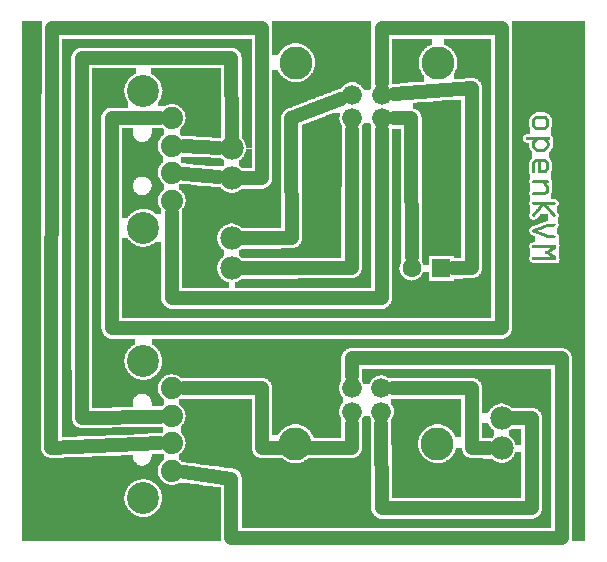
<source format=gtl>
G04 MADE WITH FRITZING*
G04 WWW.FRITZING.ORG*
G04 DOUBLE SIDED*
G04 HOLES PLATED*
G04 CONTOUR ON CENTER OF CONTOUR VECTOR*
%ASAXBY*%
%FSLAX23Y23*%
%MOIN*%
%OFA0B0*%
%SFA1.0B1.0*%
%ADD10C,0.075000*%
%ADD11C,0.066000*%
%ADD12C,0.110000*%
%ADD13C,0.078000*%
%ADD14C,0.062992*%
%ADD15C,0.074000*%
%ADD16C,0.106614*%
%ADD17R,0.062992X0.062992*%
%ADD18C,0.048000*%
%ADD19R,0.001000X0.001000*%
%LNCOPPER1*%
G90*
G70*
G54D10*
X115Y191D03*
X1742Y1698D03*
X566Y1549D03*
X1427Y1435D03*
X1034Y1392D03*
X433Y1306D03*
X1054Y1707D03*
X1544Y1638D03*
X1697Y539D03*
X1349Y245D03*
G54D11*
X1240Y1451D03*
X1142Y1451D03*
X1142Y1529D03*
X1240Y1529D03*
G54D12*
X1428Y1636D03*
X954Y1636D03*
G54D11*
X1240Y1451D03*
X1142Y1451D03*
X1142Y1529D03*
X1240Y1529D03*
G54D12*
X1428Y1636D03*
X954Y1636D03*
G54D11*
X1240Y1451D03*
X1142Y1451D03*
X1142Y1529D03*
X1240Y1529D03*
G54D12*
X1428Y1636D03*
X954Y1636D03*
G54D11*
X1140Y551D03*
X1239Y551D03*
X1239Y473D03*
X1140Y473D03*
G54D12*
X952Y366D03*
X1426Y366D03*
G54D11*
X1140Y551D03*
X1239Y551D03*
X1239Y473D03*
X1140Y473D03*
G54D12*
X952Y366D03*
X1426Y366D03*
G54D11*
X1140Y551D03*
X1239Y551D03*
X1239Y473D03*
X1140Y473D03*
G54D12*
X952Y366D03*
X1426Y366D03*
G54D13*
X740Y1351D03*
X740Y1251D03*
X1640Y351D03*
X1640Y451D03*
X740Y1051D03*
X740Y951D03*
G54D14*
X1439Y951D03*
X1340Y951D03*
G54D15*
X540Y276D03*
X540Y369D03*
X540Y458D03*
X540Y551D03*
G54D16*
X446Y642D03*
X446Y185D03*
G54D15*
X540Y276D03*
X540Y369D03*
X540Y458D03*
X540Y551D03*
G54D16*
X446Y642D03*
X446Y185D03*
G54D15*
X540Y276D03*
X540Y369D03*
X540Y458D03*
X540Y551D03*
G54D16*
X446Y642D03*
X446Y185D03*
G54D15*
X540Y1177D03*
X540Y1270D03*
X540Y1359D03*
X540Y1453D03*
G54D16*
X446Y1543D03*
X446Y1086D03*
G54D15*
X540Y1177D03*
X540Y1270D03*
X540Y1359D03*
X540Y1453D03*
G54D16*
X446Y1543D03*
X446Y1086D03*
G54D15*
X540Y1177D03*
X540Y1270D03*
X540Y1359D03*
X540Y1453D03*
G54D16*
X446Y1543D03*
X446Y1086D03*
G54D17*
X1439Y951D03*
G54D18*
X941Y1052D02*
X939Y1352D01*
D02*
X941Y1052D02*
X941Y1052D01*
D02*
X939Y1452D02*
X1104Y1515D01*
D02*
X939Y1352D02*
X939Y1452D01*
D02*
X781Y1052D02*
X941Y1052D01*
D02*
X1140Y953D02*
X1142Y1411D01*
D02*
X781Y952D02*
X1140Y953D01*
D02*
X699Y1353D02*
X581Y1358D01*
D02*
X1541Y1552D02*
X1280Y1532D01*
D02*
X739Y250D02*
X739Y51D01*
D02*
X1541Y651D02*
X1140Y651D01*
D02*
X1541Y352D02*
X1541Y552D01*
D02*
X1541Y552D02*
X1279Y551D01*
D02*
X1599Y352D02*
X1541Y352D01*
D02*
X1140Y352D02*
X841Y352D01*
D02*
X841Y552D02*
X580Y551D01*
D02*
X841Y352D02*
X841Y552D01*
D02*
X1140Y433D02*
X1140Y352D01*
D02*
X739Y51D02*
X1840Y51D01*
D02*
X1140Y651D02*
X1140Y592D01*
D02*
X1840Y651D02*
X1541Y651D01*
D02*
X1840Y51D02*
X1840Y651D01*
D02*
X580Y271D02*
X739Y250D01*
D02*
X1541Y1252D02*
X1541Y1552D01*
D02*
X1477Y952D02*
X1541Y952D01*
D02*
X1541Y952D02*
X1541Y1252D01*
D02*
X1340Y989D02*
X1339Y1351D01*
D02*
X1339Y1451D02*
X1280Y1451D01*
D02*
X1339Y1351D02*
X1339Y1451D01*
D02*
X1740Y452D02*
X1740Y151D01*
D02*
X1740Y151D02*
X1240Y151D01*
D02*
X1240Y151D02*
X1239Y433D01*
D02*
X1681Y452D02*
X1740Y452D01*
D02*
X580Y1267D02*
X699Y1255D01*
D02*
X739Y1652D02*
X240Y1653D01*
D02*
X740Y1393D02*
X739Y1652D01*
D02*
X241Y452D02*
X500Y457D01*
D02*
X240Y1653D02*
X241Y452D01*
D02*
X139Y352D02*
X500Y368D01*
D02*
X141Y1751D02*
X139Y352D01*
D02*
X841Y1251D02*
X841Y1752D01*
D02*
X841Y1752D02*
X141Y1751D01*
D02*
X781Y1251D02*
X841Y1251D01*
D02*
X1240Y1752D02*
X1541Y1752D01*
D02*
X1541Y1752D02*
X1641Y1752D01*
D02*
X1641Y1752D02*
X1641Y751D01*
D02*
X1240Y1570D02*
X1240Y1752D01*
D02*
X1641Y751D02*
X341Y751D01*
D02*
X1240Y1411D02*
X1240Y851D01*
D02*
X540Y851D02*
X540Y1137D01*
D02*
X1240Y851D02*
X540Y851D01*
D02*
X340Y1453D02*
X500Y1453D01*
D02*
X341Y751D02*
X340Y1453D01*
G36*
X40Y1777D02*
X40Y319D01*
X130Y319D01*
X130Y321D01*
X124Y321D01*
X124Y323D01*
X120Y323D01*
X120Y325D01*
X118Y325D01*
X118Y327D01*
X116Y327D01*
X116Y329D01*
X114Y329D01*
X114Y331D01*
X112Y331D01*
X112Y333D01*
X110Y333D01*
X110Y337D01*
X108Y337D01*
X108Y341D01*
X106Y341D01*
X106Y1531D01*
X108Y1531D01*
X108Y1777D01*
X40Y1777D01*
G37*
D02*
G36*
X474Y333D02*
X474Y321D01*
X472Y321D01*
X472Y315D01*
X470Y315D01*
X470Y311D01*
X468Y311D01*
X468Y307D01*
X466Y307D01*
X466Y305D01*
X464Y305D01*
X464Y303D01*
X462Y303D01*
X462Y301D01*
X460Y301D01*
X460Y299D01*
X456Y299D01*
X456Y297D01*
X454Y297D01*
X454Y295D01*
X448Y295D01*
X448Y293D01*
X498Y293D01*
X498Y295D01*
X500Y295D01*
X500Y299D01*
X502Y299D01*
X502Y303D01*
X504Y303D01*
X504Y305D01*
X506Y305D01*
X506Y307D01*
X508Y307D01*
X508Y309D01*
X510Y309D01*
X510Y311D01*
X512Y311D01*
X512Y313D01*
X514Y313D01*
X514Y333D01*
X474Y333D01*
G37*
D02*
G36*
X370Y329D02*
X370Y327D01*
X322Y327D01*
X322Y325D01*
X274Y325D01*
X274Y323D01*
X226Y323D01*
X226Y321D01*
X180Y321D01*
X180Y319D01*
X410Y319D01*
X410Y329D01*
X370Y329D01*
G37*
D02*
G36*
X40Y319D02*
X40Y317D01*
X412Y317D01*
X412Y319D01*
X40Y319D01*
G37*
D02*
G36*
X40Y319D02*
X40Y317D01*
X412Y317D01*
X412Y319D01*
X40Y319D01*
G37*
D02*
G36*
X40Y317D02*
X40Y293D01*
X436Y293D01*
X436Y295D01*
X430Y295D01*
X430Y297D01*
X426Y297D01*
X426Y299D01*
X424Y299D01*
X424Y301D01*
X422Y301D01*
X422Y303D01*
X420Y303D01*
X420Y305D01*
X418Y305D01*
X418Y307D01*
X416Y307D01*
X416Y309D01*
X414Y309D01*
X414Y313D01*
X412Y313D01*
X412Y317D01*
X40Y317D01*
G37*
D02*
G36*
X40Y293D02*
X40Y291D01*
X496Y291D01*
X496Y293D01*
X40Y293D01*
G37*
D02*
G36*
X40Y293D02*
X40Y291D01*
X496Y291D01*
X496Y293D01*
X40Y293D01*
G37*
D02*
G36*
X40Y291D02*
X40Y249D01*
X454Y249D01*
X454Y247D01*
X462Y247D01*
X462Y245D01*
X468Y245D01*
X468Y243D01*
X472Y243D01*
X472Y241D01*
X476Y241D01*
X476Y239D01*
X478Y239D01*
X478Y237D01*
X482Y237D01*
X482Y235D01*
X484Y235D01*
X484Y233D01*
X486Y233D01*
X486Y231D01*
X488Y231D01*
X488Y229D01*
X532Y229D01*
X532Y231D01*
X526Y231D01*
X526Y233D01*
X522Y233D01*
X522Y235D01*
X518Y235D01*
X518Y237D01*
X514Y237D01*
X514Y239D01*
X512Y239D01*
X512Y241D01*
X510Y241D01*
X510Y243D01*
X508Y243D01*
X508Y245D01*
X506Y245D01*
X506Y247D01*
X504Y247D01*
X504Y249D01*
X502Y249D01*
X502Y253D01*
X500Y253D01*
X500Y255D01*
X498Y255D01*
X498Y259D01*
X496Y259D01*
X496Y265D01*
X494Y265D01*
X494Y287D01*
X496Y287D01*
X496Y291D01*
X40Y291D01*
G37*
D02*
G36*
X40Y249D02*
X40Y123D01*
X432Y123D01*
X432Y125D01*
X426Y125D01*
X426Y127D01*
X420Y127D01*
X420Y129D01*
X416Y129D01*
X416Y131D01*
X414Y131D01*
X414Y133D01*
X410Y133D01*
X410Y135D01*
X408Y135D01*
X408Y137D01*
X406Y137D01*
X406Y139D01*
X404Y139D01*
X404Y141D01*
X402Y141D01*
X402Y143D01*
X400Y143D01*
X400Y145D01*
X398Y145D01*
X398Y147D01*
X396Y147D01*
X396Y149D01*
X394Y149D01*
X394Y151D01*
X392Y151D01*
X392Y155D01*
X390Y155D01*
X390Y159D01*
X388Y159D01*
X388Y163D01*
X386Y163D01*
X386Y169D01*
X384Y169D01*
X384Y177D01*
X382Y177D01*
X382Y193D01*
X384Y193D01*
X384Y201D01*
X386Y201D01*
X386Y207D01*
X388Y207D01*
X388Y211D01*
X390Y211D01*
X390Y215D01*
X392Y215D01*
X392Y219D01*
X394Y219D01*
X394Y221D01*
X396Y221D01*
X396Y225D01*
X398Y225D01*
X398Y227D01*
X400Y227D01*
X400Y229D01*
X402Y229D01*
X402Y231D01*
X404Y231D01*
X404Y233D01*
X406Y233D01*
X406Y235D01*
X410Y235D01*
X410Y237D01*
X412Y237D01*
X412Y239D01*
X416Y239D01*
X416Y241D01*
X420Y241D01*
X420Y243D01*
X424Y243D01*
X424Y245D01*
X430Y245D01*
X430Y247D01*
X438Y247D01*
X438Y249D01*
X40Y249D01*
G37*
D02*
G36*
X562Y237D02*
X562Y235D01*
X560Y235D01*
X560Y233D01*
X554Y233D01*
X554Y231D01*
X550Y231D01*
X550Y229D01*
X630Y229D01*
X630Y231D01*
X616Y231D01*
X616Y233D01*
X600Y233D01*
X600Y235D01*
X584Y235D01*
X584Y237D01*
X562Y237D01*
G37*
D02*
G36*
X490Y229D02*
X490Y227D01*
X646Y227D01*
X646Y229D01*
X490Y229D01*
G37*
D02*
G36*
X490Y229D02*
X490Y227D01*
X646Y227D01*
X646Y229D01*
X490Y229D01*
G37*
D02*
G36*
X492Y227D02*
X492Y225D01*
X494Y225D01*
X494Y223D01*
X496Y223D01*
X496Y221D01*
X498Y221D01*
X498Y217D01*
X500Y217D01*
X500Y215D01*
X502Y215D01*
X502Y211D01*
X504Y211D01*
X504Y205D01*
X506Y205D01*
X506Y199D01*
X508Y199D01*
X508Y171D01*
X506Y171D01*
X506Y165D01*
X504Y165D01*
X504Y161D01*
X502Y161D01*
X502Y157D01*
X500Y157D01*
X500Y153D01*
X498Y153D01*
X498Y149D01*
X496Y149D01*
X496Y147D01*
X494Y147D01*
X494Y145D01*
X492Y145D01*
X492Y143D01*
X490Y143D01*
X490Y141D01*
X488Y141D01*
X488Y139D01*
X486Y139D01*
X486Y137D01*
X484Y137D01*
X484Y135D01*
X482Y135D01*
X482Y133D01*
X478Y133D01*
X478Y131D01*
X474Y131D01*
X474Y129D01*
X470Y129D01*
X470Y127D01*
X466Y127D01*
X466Y125D01*
X460Y125D01*
X460Y123D01*
X706Y123D01*
X706Y221D01*
X694Y221D01*
X694Y223D01*
X678Y223D01*
X678Y225D01*
X662Y225D01*
X662Y227D01*
X492Y227D01*
G37*
D02*
G36*
X40Y123D02*
X40Y121D01*
X706Y121D01*
X706Y123D01*
X40Y123D01*
G37*
D02*
G36*
X40Y123D02*
X40Y121D01*
X706Y121D01*
X706Y123D01*
X40Y123D01*
G37*
D02*
G36*
X40Y121D02*
X40Y41D01*
X706Y41D01*
X706Y121D01*
X40Y121D01*
G37*
D02*
G36*
X176Y1717D02*
X176Y1687D01*
X742Y1687D01*
X742Y1685D01*
X752Y1685D01*
X752Y1683D01*
X756Y1683D01*
X756Y1681D01*
X758Y1681D01*
X758Y1679D01*
X762Y1679D01*
X762Y1677D01*
X764Y1677D01*
X764Y1675D01*
X766Y1675D01*
X766Y1671D01*
X768Y1671D01*
X768Y1669D01*
X770Y1669D01*
X770Y1665D01*
X772Y1665D01*
X772Y1655D01*
X774Y1655D01*
X774Y1383D01*
X776Y1383D01*
X776Y1381D01*
X778Y1381D01*
X778Y1379D01*
X780Y1379D01*
X780Y1377D01*
X782Y1377D01*
X782Y1373D01*
X784Y1373D01*
X784Y1369D01*
X786Y1369D01*
X786Y1363D01*
X788Y1363D01*
X788Y1353D01*
X808Y1353D01*
X808Y1717D01*
X176Y1717D01*
G37*
D02*
G36*
X176Y1687D02*
X176Y1525D01*
X174Y1525D01*
X174Y419D01*
X230Y419D01*
X230Y421D01*
X226Y421D01*
X226Y423D01*
X222Y423D01*
X222Y425D01*
X220Y425D01*
X220Y427D01*
X218Y427D01*
X218Y429D01*
X216Y429D01*
X216Y431D01*
X214Y431D01*
X214Y433D01*
X212Y433D01*
X212Y437D01*
X210Y437D01*
X210Y441D01*
X208Y441D01*
X208Y611D01*
X206Y611D01*
X206Y1659D01*
X208Y1659D01*
X208Y1665D01*
X210Y1665D01*
X210Y1669D01*
X212Y1669D01*
X212Y1673D01*
X214Y1673D01*
X214Y1675D01*
X216Y1675D01*
X216Y1677D01*
X218Y1677D01*
X218Y1679D01*
X220Y1679D01*
X220Y1681D01*
X224Y1681D01*
X224Y1683D01*
X228Y1683D01*
X228Y1685D01*
X236Y1685D01*
X236Y1687D01*
X176Y1687D01*
G37*
D02*
G36*
X442Y423D02*
X442Y421D01*
X342Y421D01*
X342Y419D01*
X510Y419D01*
X510Y423D01*
X442Y423D01*
G37*
D02*
G36*
X174Y419D02*
X174Y417D01*
X510Y417D01*
X510Y419D01*
X174Y419D01*
G37*
D02*
G36*
X174Y419D02*
X174Y417D01*
X510Y417D01*
X510Y419D01*
X174Y419D01*
G37*
D02*
G36*
X174Y417D02*
X174Y389D01*
X226Y389D01*
X226Y391D01*
X272Y391D01*
X272Y393D01*
X320Y393D01*
X320Y395D01*
X368Y395D01*
X368Y397D01*
X416Y397D01*
X416Y399D01*
X462Y399D01*
X462Y401D01*
X508Y401D01*
X508Y403D01*
X510Y403D01*
X510Y417D01*
X174Y417D01*
G37*
D02*
G36*
X1274Y1717D02*
X1274Y1567D01*
X1300Y1567D01*
X1300Y1569D01*
X1328Y1569D01*
X1328Y1571D01*
X1356Y1571D01*
X1356Y1573D01*
X1382Y1573D01*
X1382Y1593D01*
X1380Y1593D01*
X1380Y1595D01*
X1378Y1595D01*
X1378Y1597D01*
X1376Y1597D01*
X1376Y1601D01*
X1374Y1601D01*
X1374Y1603D01*
X1372Y1603D01*
X1372Y1607D01*
X1370Y1607D01*
X1370Y1611D01*
X1368Y1611D01*
X1368Y1615D01*
X1366Y1615D01*
X1366Y1621D01*
X1364Y1621D01*
X1364Y1635D01*
X1362Y1635D01*
X1362Y1637D01*
X1364Y1637D01*
X1364Y1651D01*
X1366Y1651D01*
X1366Y1657D01*
X1368Y1657D01*
X1368Y1663D01*
X1370Y1663D01*
X1370Y1667D01*
X1372Y1667D01*
X1372Y1669D01*
X1374Y1669D01*
X1374Y1673D01*
X1376Y1673D01*
X1376Y1675D01*
X1378Y1675D01*
X1378Y1677D01*
X1380Y1677D01*
X1380Y1679D01*
X1382Y1679D01*
X1382Y1681D01*
X1384Y1681D01*
X1384Y1683D01*
X1386Y1683D01*
X1386Y1685D01*
X1388Y1685D01*
X1388Y1687D01*
X1390Y1687D01*
X1390Y1689D01*
X1392Y1689D01*
X1392Y1691D01*
X1396Y1691D01*
X1396Y1693D01*
X1400Y1693D01*
X1400Y1695D01*
X1404Y1695D01*
X1404Y1697D01*
X1408Y1697D01*
X1408Y1717D01*
X1274Y1717D01*
G37*
D02*
G36*
X1674Y1777D02*
X1674Y1471D01*
X1784Y1471D01*
X1784Y1469D01*
X1790Y1469D01*
X1790Y1467D01*
X1794Y1467D01*
X1794Y1465D01*
X1798Y1465D01*
X1798Y1463D01*
X1800Y1463D01*
X1800Y1459D01*
X1802Y1459D01*
X1802Y1457D01*
X1804Y1457D01*
X1804Y1455D01*
X1806Y1455D01*
X1806Y1451D01*
X1808Y1451D01*
X1808Y1421D01*
X1806Y1421D01*
X1806Y1417D01*
X1804Y1417D01*
X1804Y1395D01*
X1806Y1395D01*
X1806Y1393D01*
X1808Y1393D01*
X1808Y1389D01*
X1810Y1389D01*
X1810Y1353D01*
X1808Y1353D01*
X1808Y1349D01*
X1806Y1349D01*
X1806Y1347D01*
X1804Y1347D01*
X1804Y1343D01*
X1802Y1343D01*
X1802Y1341D01*
X1800Y1341D01*
X1800Y1339D01*
X1798Y1339D01*
X1798Y1319D01*
X1800Y1319D01*
X1800Y1315D01*
X1802Y1315D01*
X1802Y1313D01*
X1804Y1313D01*
X1804Y1311D01*
X1806Y1311D01*
X1806Y1307D01*
X1808Y1307D01*
X1808Y1277D01*
X1806Y1277D01*
X1806Y1273D01*
X1804Y1273D01*
X1804Y1249D01*
X1806Y1249D01*
X1806Y1245D01*
X1808Y1245D01*
X1808Y1203D01*
X1806Y1203D01*
X1806Y1183D01*
X1818Y1183D01*
X1818Y1181D01*
X1822Y1181D01*
X1822Y1179D01*
X1826Y1179D01*
X1826Y1175D01*
X1828Y1175D01*
X1828Y1171D01*
X1830Y1171D01*
X1830Y1163D01*
X1828Y1163D01*
X1828Y1159D01*
X1826Y1159D01*
X1826Y1137D01*
X1828Y1137D01*
X1828Y1133D01*
X1830Y1133D01*
X1830Y1123D01*
X1828Y1123D01*
X1828Y1099D01*
X1830Y1099D01*
X1830Y1091D01*
X1828Y1091D01*
X1828Y1087D01*
X1826Y1087D01*
X1826Y1065D01*
X1828Y1065D01*
X1828Y1061D01*
X1830Y1061D01*
X1830Y1029D01*
X1836Y1029D01*
X1836Y1027D01*
X1834Y1027D01*
X1834Y1025D01*
X1832Y1025D01*
X1832Y1023D01*
X1830Y1023D01*
X1830Y983D01*
X1834Y983D01*
X1834Y981D01*
X1836Y981D01*
X1836Y979D01*
X1830Y979D01*
X1830Y969D01*
X1918Y969D01*
X1918Y1777D01*
X1674Y1777D01*
G37*
D02*
G36*
X274Y1619D02*
X274Y625D01*
X276Y625D01*
X276Y579D01*
X434Y579D01*
X434Y581D01*
X426Y581D01*
X426Y583D01*
X422Y583D01*
X422Y585D01*
X418Y585D01*
X418Y587D01*
X414Y587D01*
X414Y589D01*
X412Y589D01*
X412Y591D01*
X408Y591D01*
X408Y593D01*
X406Y593D01*
X406Y595D01*
X404Y595D01*
X404Y597D01*
X402Y597D01*
X402Y599D01*
X400Y599D01*
X400Y601D01*
X398Y601D01*
X398Y603D01*
X396Y603D01*
X396Y605D01*
X394Y605D01*
X394Y609D01*
X392Y609D01*
X392Y611D01*
X390Y611D01*
X390Y615D01*
X388Y615D01*
X388Y619D01*
X386Y619D01*
X386Y625D01*
X384Y625D01*
X384Y635D01*
X382Y635D01*
X382Y649D01*
X384Y649D01*
X384Y659D01*
X386Y659D01*
X386Y665D01*
X388Y665D01*
X388Y669D01*
X390Y669D01*
X390Y673D01*
X392Y673D01*
X392Y675D01*
X394Y675D01*
X394Y679D01*
X396Y679D01*
X396Y681D01*
X398Y681D01*
X398Y683D01*
X400Y683D01*
X400Y685D01*
X402Y685D01*
X402Y687D01*
X404Y687D01*
X404Y689D01*
X406Y689D01*
X406Y691D01*
X408Y691D01*
X408Y693D01*
X412Y693D01*
X412Y695D01*
X414Y695D01*
X414Y697D01*
X418Y697D01*
X418Y717D01*
X332Y717D01*
X332Y719D01*
X326Y719D01*
X326Y721D01*
X324Y721D01*
X324Y723D01*
X320Y723D01*
X320Y725D01*
X318Y725D01*
X318Y727D01*
X316Y727D01*
X316Y729D01*
X314Y729D01*
X314Y731D01*
X312Y731D01*
X312Y735D01*
X310Y735D01*
X310Y739D01*
X308Y739D01*
X308Y749D01*
X306Y749D01*
X306Y1461D01*
X308Y1461D01*
X308Y1467D01*
X310Y1467D01*
X310Y1471D01*
X312Y1471D01*
X312Y1473D01*
X314Y1473D01*
X314Y1475D01*
X316Y1475D01*
X316Y1477D01*
X318Y1477D01*
X318Y1479D01*
X320Y1479D01*
X320Y1481D01*
X324Y1481D01*
X324Y1483D01*
X326Y1483D01*
X326Y1485D01*
X334Y1485D01*
X334Y1487D01*
X396Y1487D01*
X396Y1507D01*
X394Y1507D01*
X394Y1509D01*
X392Y1509D01*
X392Y1513D01*
X390Y1513D01*
X390Y1517D01*
X388Y1517D01*
X388Y1521D01*
X386Y1521D01*
X386Y1527D01*
X384Y1527D01*
X384Y1537D01*
X382Y1537D01*
X382Y1551D01*
X384Y1551D01*
X384Y1559D01*
X386Y1559D01*
X386Y1565D01*
X388Y1565D01*
X388Y1569D01*
X390Y1569D01*
X390Y1573D01*
X392Y1573D01*
X392Y1577D01*
X394Y1577D01*
X394Y1579D01*
X396Y1579D01*
X396Y1581D01*
X398Y1581D01*
X398Y1585D01*
X400Y1585D01*
X400Y1587D01*
X402Y1587D01*
X402Y1589D01*
X406Y1589D01*
X406Y1591D01*
X408Y1591D01*
X408Y1593D01*
X410Y1593D01*
X410Y1595D01*
X412Y1595D01*
X412Y1597D01*
X416Y1597D01*
X416Y1599D01*
X420Y1599D01*
X420Y1619D01*
X274Y1619D01*
G37*
D02*
G36*
X1674Y1471D02*
X1674Y1113D01*
X1742Y1113D01*
X1742Y1115D01*
X1738Y1115D01*
X1738Y1117D01*
X1736Y1117D01*
X1736Y1119D01*
X1734Y1119D01*
X1734Y1123D01*
X1732Y1123D01*
X1732Y1133D01*
X1734Y1133D01*
X1734Y1137D01*
X1736Y1137D01*
X1736Y1159D01*
X1734Y1159D01*
X1734Y1163D01*
X1732Y1163D01*
X1732Y1173D01*
X1734Y1173D01*
X1734Y1195D01*
X1732Y1195D01*
X1732Y1205D01*
X1734Y1205D01*
X1734Y1209D01*
X1736Y1209D01*
X1736Y1231D01*
X1734Y1231D01*
X1734Y1235D01*
X1732Y1235D01*
X1732Y1245D01*
X1734Y1245D01*
X1734Y1267D01*
X1732Y1267D01*
X1732Y1305D01*
X1734Y1305D01*
X1734Y1309D01*
X1736Y1309D01*
X1736Y1313D01*
X1738Y1313D01*
X1738Y1315D01*
X1740Y1315D01*
X1740Y1319D01*
X1742Y1319D01*
X1742Y1339D01*
X1740Y1339D01*
X1740Y1343D01*
X1738Y1343D01*
X1738Y1345D01*
X1736Y1345D01*
X1736Y1347D01*
X1734Y1347D01*
X1734Y1351D01*
X1732Y1351D01*
X1732Y1355D01*
X1730Y1355D01*
X1730Y1369D01*
X1720Y1369D01*
X1720Y1371D01*
X1716Y1371D01*
X1716Y1373D01*
X1714Y1373D01*
X1714Y1375D01*
X1712Y1375D01*
X1712Y1381D01*
X1710Y1381D01*
X1710Y1385D01*
X1712Y1385D01*
X1712Y1391D01*
X1714Y1391D01*
X1714Y1393D01*
X1716Y1393D01*
X1716Y1395D01*
X1718Y1395D01*
X1718Y1397D01*
X1722Y1397D01*
X1722Y1399D01*
X1734Y1399D01*
X1734Y1423D01*
X1732Y1423D01*
X1732Y1449D01*
X1734Y1449D01*
X1734Y1453D01*
X1736Y1453D01*
X1736Y1457D01*
X1738Y1457D01*
X1738Y1459D01*
X1740Y1459D01*
X1740Y1461D01*
X1742Y1461D01*
X1742Y1463D01*
X1744Y1463D01*
X1744Y1465D01*
X1746Y1465D01*
X1746Y1467D01*
X1750Y1467D01*
X1750Y1469D01*
X1756Y1469D01*
X1756Y1471D01*
X1674Y1471D01*
G37*
D02*
G36*
X1770Y1133D02*
X1770Y1131D01*
X1768Y1131D01*
X1768Y1127D01*
X1766Y1127D01*
X1766Y1125D01*
X1764Y1125D01*
X1764Y1123D01*
X1762Y1123D01*
X1762Y1121D01*
X1760Y1121D01*
X1760Y1119D01*
X1758Y1119D01*
X1758Y1117D01*
X1756Y1117D01*
X1756Y1115D01*
X1752Y1115D01*
X1752Y1113D01*
X1794Y1113D01*
X1794Y1131D01*
X1792Y1131D01*
X1792Y1133D01*
X1770Y1133D01*
G37*
D02*
G36*
X1674Y1113D02*
X1674Y1111D01*
X1794Y1111D01*
X1794Y1113D01*
X1674Y1113D01*
G37*
D02*
G36*
X1674Y1113D02*
X1674Y1111D01*
X1794Y1111D01*
X1794Y1113D01*
X1674Y1113D01*
G37*
D02*
G36*
X1674Y1111D02*
X1674Y969D01*
X1742Y969D01*
X1742Y971D01*
X1738Y971D01*
X1738Y973D01*
X1736Y973D01*
X1736Y975D01*
X1734Y975D01*
X1734Y979D01*
X1732Y979D01*
X1732Y989D01*
X1734Y989D01*
X1734Y993D01*
X1736Y993D01*
X1736Y1015D01*
X1734Y1015D01*
X1734Y1019D01*
X1732Y1019D01*
X1732Y1029D01*
X1734Y1029D01*
X1734Y1033D01*
X1736Y1033D01*
X1736Y1035D01*
X1740Y1035D01*
X1740Y1037D01*
X1744Y1037D01*
X1744Y1039D01*
X1750Y1039D01*
X1750Y1059D01*
X1746Y1059D01*
X1746Y1061D01*
X1740Y1061D01*
X1740Y1063D01*
X1738Y1063D01*
X1738Y1065D01*
X1736Y1065D01*
X1736Y1067D01*
X1734Y1067D01*
X1734Y1071D01*
X1732Y1071D01*
X1732Y1081D01*
X1734Y1081D01*
X1734Y1085D01*
X1736Y1085D01*
X1736Y1087D01*
X1738Y1087D01*
X1738Y1089D01*
X1742Y1089D01*
X1742Y1091D01*
X1748Y1091D01*
X1748Y1093D01*
X1752Y1093D01*
X1752Y1095D01*
X1758Y1095D01*
X1758Y1097D01*
X1762Y1097D01*
X1762Y1099D01*
X1768Y1099D01*
X1768Y1101D01*
X1774Y1101D01*
X1774Y1103D01*
X1778Y1103D01*
X1778Y1105D01*
X1784Y1105D01*
X1784Y1107D01*
X1788Y1107D01*
X1788Y1109D01*
X1794Y1109D01*
X1794Y1111D01*
X1674Y1111D01*
G37*
D02*
G36*
X1674Y969D02*
X1674Y967D01*
X1918Y967D01*
X1918Y969D01*
X1674Y969D01*
G37*
D02*
G36*
X1674Y969D02*
X1674Y967D01*
X1918Y967D01*
X1918Y969D01*
X1674Y969D01*
G37*
D02*
G36*
X1674Y967D02*
X1674Y741D01*
X1672Y741D01*
X1672Y735D01*
X1670Y735D01*
X1670Y733D01*
X1668Y733D01*
X1668Y729D01*
X1666Y729D01*
X1666Y727D01*
X1664Y727D01*
X1664Y725D01*
X1662Y725D01*
X1662Y723D01*
X1658Y723D01*
X1658Y721D01*
X1654Y721D01*
X1654Y719D01*
X1648Y719D01*
X1648Y717D01*
X474Y717D01*
X474Y697D01*
X476Y697D01*
X476Y695D01*
X480Y695D01*
X480Y693D01*
X482Y693D01*
X482Y691D01*
X486Y691D01*
X486Y689D01*
X488Y689D01*
X488Y687D01*
X490Y687D01*
X490Y685D01*
X1848Y685D01*
X1848Y683D01*
X1854Y683D01*
X1854Y681D01*
X1858Y681D01*
X1858Y679D01*
X1860Y679D01*
X1860Y677D01*
X1864Y677D01*
X1864Y675D01*
X1866Y675D01*
X1866Y671D01*
X1868Y671D01*
X1868Y669D01*
X1870Y669D01*
X1870Y665D01*
X1872Y665D01*
X1872Y659D01*
X1874Y659D01*
X1874Y41D01*
X1918Y41D01*
X1918Y967D01*
X1674Y967D01*
G37*
D02*
G36*
X492Y685D02*
X492Y683D01*
X494Y683D01*
X494Y679D01*
X496Y679D01*
X496Y677D01*
X498Y677D01*
X498Y675D01*
X500Y675D01*
X500Y671D01*
X502Y671D01*
X502Y667D01*
X504Y667D01*
X504Y663D01*
X506Y663D01*
X506Y657D01*
X508Y657D01*
X508Y627D01*
X506Y627D01*
X506Y621D01*
X504Y621D01*
X504Y617D01*
X502Y617D01*
X502Y613D01*
X500Y613D01*
X500Y609D01*
X498Y609D01*
X498Y607D01*
X496Y607D01*
X496Y605D01*
X494Y605D01*
X494Y601D01*
X492Y601D01*
X492Y599D01*
X546Y599D01*
X546Y597D01*
X552Y597D01*
X552Y595D01*
X558Y595D01*
X558Y593D01*
X562Y593D01*
X562Y591D01*
X564Y591D01*
X564Y589D01*
X568Y589D01*
X568Y587D01*
X570Y587D01*
X570Y585D01*
X852Y585D01*
X852Y583D01*
X856Y583D01*
X856Y581D01*
X860Y581D01*
X860Y579D01*
X862Y579D01*
X862Y577D01*
X864Y577D01*
X864Y575D01*
X866Y575D01*
X866Y573D01*
X868Y573D01*
X868Y571D01*
X870Y571D01*
X870Y567D01*
X872Y567D01*
X872Y563D01*
X874Y563D01*
X874Y555D01*
X876Y555D01*
X876Y431D01*
X964Y431D01*
X964Y429D01*
X972Y429D01*
X972Y427D01*
X976Y427D01*
X976Y425D01*
X980Y425D01*
X980Y423D01*
X984Y423D01*
X984Y421D01*
X988Y421D01*
X988Y419D01*
X990Y419D01*
X990Y417D01*
X992Y417D01*
X992Y415D01*
X994Y415D01*
X994Y413D01*
X998Y413D01*
X998Y411D01*
X1000Y411D01*
X1000Y407D01*
X1002Y407D01*
X1002Y405D01*
X1004Y405D01*
X1004Y403D01*
X1006Y403D01*
X1006Y399D01*
X1008Y399D01*
X1008Y397D01*
X1010Y397D01*
X1010Y393D01*
X1012Y393D01*
X1012Y389D01*
X1014Y389D01*
X1014Y387D01*
X1106Y387D01*
X1106Y451D01*
X1104Y451D01*
X1104Y455D01*
X1102Y455D01*
X1102Y457D01*
X1100Y457D01*
X1100Y463D01*
X1098Y463D01*
X1098Y483D01*
X1100Y483D01*
X1100Y489D01*
X1102Y489D01*
X1102Y493D01*
X1104Y493D01*
X1104Y497D01*
X1106Y497D01*
X1106Y499D01*
X1108Y499D01*
X1108Y501D01*
X1110Y501D01*
X1110Y523D01*
X1108Y523D01*
X1108Y527D01*
X1106Y527D01*
X1106Y529D01*
X1104Y529D01*
X1104Y533D01*
X1102Y533D01*
X1102Y535D01*
X1100Y535D01*
X1100Y541D01*
X1098Y541D01*
X1098Y561D01*
X1100Y561D01*
X1100Y567D01*
X1102Y567D01*
X1102Y571D01*
X1104Y571D01*
X1104Y575D01*
X1106Y575D01*
X1106Y659D01*
X1108Y659D01*
X1108Y665D01*
X1110Y665D01*
X1110Y669D01*
X1112Y669D01*
X1112Y671D01*
X1114Y671D01*
X1114Y673D01*
X1116Y673D01*
X1116Y677D01*
X1120Y677D01*
X1120Y679D01*
X1122Y679D01*
X1122Y681D01*
X1126Y681D01*
X1126Y683D01*
X1132Y683D01*
X1132Y685D01*
X492Y685D01*
G37*
D02*
G36*
X490Y599D02*
X490Y597D01*
X488Y597D01*
X488Y595D01*
X486Y595D01*
X486Y593D01*
X482Y593D01*
X482Y591D01*
X480Y591D01*
X480Y589D01*
X476Y589D01*
X476Y587D01*
X474Y587D01*
X474Y585D01*
X470Y585D01*
X470Y583D01*
X464Y583D01*
X464Y581D01*
X458Y581D01*
X458Y579D01*
X504Y579D01*
X504Y581D01*
X506Y581D01*
X506Y583D01*
X508Y583D01*
X508Y585D01*
X510Y585D01*
X510Y587D01*
X514Y587D01*
X514Y589D01*
X516Y589D01*
X516Y591D01*
X520Y591D01*
X520Y593D01*
X522Y593D01*
X522Y595D01*
X528Y595D01*
X528Y597D01*
X536Y597D01*
X536Y599D01*
X490Y599D01*
G37*
D02*
G36*
X276Y579D02*
X276Y577D01*
X504Y577D01*
X504Y579D01*
X276Y579D01*
G37*
D02*
G36*
X276Y579D02*
X276Y577D01*
X504Y577D01*
X504Y579D01*
X276Y579D01*
G37*
D02*
G36*
X276Y577D02*
X276Y533D01*
X452Y533D01*
X452Y531D01*
X456Y531D01*
X456Y529D01*
X458Y529D01*
X458Y527D01*
X462Y527D01*
X462Y525D01*
X464Y525D01*
X464Y523D01*
X466Y523D01*
X466Y521D01*
X468Y521D01*
X468Y517D01*
X470Y517D01*
X470Y513D01*
X472Y513D01*
X472Y505D01*
X474Y505D01*
X474Y491D01*
X510Y491D01*
X510Y493D01*
X512Y493D01*
X512Y495D01*
X514Y495D01*
X514Y515D01*
X512Y515D01*
X512Y517D01*
X510Y517D01*
X510Y519D01*
X508Y519D01*
X508Y521D01*
X506Y521D01*
X506Y523D01*
X504Y523D01*
X504Y525D01*
X502Y525D01*
X502Y527D01*
X500Y527D01*
X500Y531D01*
X498Y531D01*
X498Y535D01*
X496Y535D01*
X496Y541D01*
X494Y541D01*
X494Y563D01*
X496Y563D01*
X496Y567D01*
X498Y567D01*
X498Y571D01*
X500Y571D01*
X500Y575D01*
X502Y575D01*
X502Y577D01*
X276Y577D01*
G37*
D02*
G36*
X276Y533D02*
X276Y487D01*
X340Y487D01*
X340Y489D01*
X410Y489D01*
X410Y509D01*
X412Y509D01*
X412Y515D01*
X414Y515D01*
X414Y517D01*
X416Y517D01*
X416Y521D01*
X418Y521D01*
X418Y523D01*
X420Y523D01*
X420Y525D01*
X422Y525D01*
X422Y527D01*
X424Y527D01*
X424Y529D01*
X428Y529D01*
X428Y531D01*
X432Y531D01*
X432Y533D01*
X276Y533D01*
G37*
D02*
G36*
X876Y431D02*
X876Y395D01*
X896Y395D01*
X896Y399D01*
X898Y399D01*
X898Y401D01*
X900Y401D01*
X900Y405D01*
X902Y405D01*
X902Y407D01*
X904Y407D01*
X904Y409D01*
X906Y409D01*
X906Y411D01*
X908Y411D01*
X908Y413D01*
X910Y413D01*
X910Y415D01*
X912Y415D01*
X912Y417D01*
X914Y417D01*
X914Y419D01*
X918Y419D01*
X918Y421D01*
X920Y421D01*
X920Y423D01*
X924Y423D01*
X924Y425D01*
X928Y425D01*
X928Y427D01*
X934Y427D01*
X934Y429D01*
X940Y429D01*
X940Y431D01*
X876Y431D01*
G37*
D02*
G36*
X472Y1619D02*
X472Y1599D01*
X476Y1599D01*
X476Y1597D01*
X478Y1597D01*
X478Y1595D01*
X482Y1595D01*
X482Y1593D01*
X484Y1593D01*
X484Y1591D01*
X486Y1591D01*
X486Y1589D01*
X488Y1589D01*
X488Y1587D01*
X490Y1587D01*
X490Y1585D01*
X492Y1585D01*
X492Y1583D01*
X494Y1583D01*
X494Y1581D01*
X496Y1581D01*
X496Y1579D01*
X498Y1579D01*
X498Y1575D01*
X500Y1575D01*
X500Y1573D01*
X502Y1573D01*
X502Y1569D01*
X504Y1569D01*
X504Y1563D01*
X506Y1563D01*
X506Y1557D01*
X508Y1557D01*
X508Y1545D01*
X510Y1545D01*
X510Y1541D01*
X508Y1541D01*
X508Y1529D01*
X506Y1529D01*
X506Y1523D01*
X504Y1523D01*
X504Y1517D01*
X502Y1517D01*
X502Y1513D01*
X500Y1513D01*
X500Y1511D01*
X498Y1511D01*
X498Y1507D01*
X496Y1507D01*
X496Y1499D01*
X550Y1499D01*
X550Y1497D01*
X556Y1497D01*
X556Y1495D01*
X560Y1495D01*
X560Y1493D01*
X564Y1493D01*
X564Y1491D01*
X566Y1491D01*
X566Y1489D01*
X568Y1489D01*
X568Y1487D01*
X572Y1487D01*
X572Y1485D01*
X574Y1485D01*
X574Y1481D01*
X576Y1481D01*
X576Y1479D01*
X578Y1479D01*
X578Y1477D01*
X580Y1477D01*
X580Y1473D01*
X582Y1473D01*
X582Y1471D01*
X584Y1471D01*
X584Y1465D01*
X586Y1465D01*
X586Y1457D01*
X588Y1457D01*
X588Y1449D01*
X586Y1449D01*
X586Y1441D01*
X584Y1441D01*
X584Y1435D01*
X582Y1435D01*
X582Y1431D01*
X580Y1431D01*
X580Y1429D01*
X578Y1429D01*
X578Y1425D01*
X576Y1425D01*
X576Y1423D01*
X574Y1423D01*
X574Y1421D01*
X572Y1421D01*
X572Y1419D01*
X570Y1419D01*
X570Y1417D01*
X568Y1417D01*
X568Y1395D01*
X570Y1395D01*
X570Y1393D01*
X572Y1393D01*
X572Y1391D01*
X622Y1391D01*
X622Y1389D01*
X674Y1389D01*
X674Y1387D01*
X706Y1387D01*
X706Y1619D01*
X472Y1619D01*
G37*
D02*
G36*
X496Y1499D02*
X496Y1491D01*
X518Y1491D01*
X518Y1493D01*
X520Y1493D01*
X520Y1495D01*
X524Y1495D01*
X524Y1497D01*
X530Y1497D01*
X530Y1499D01*
X496Y1499D01*
G37*
D02*
G36*
X1466Y1513D02*
X1466Y1511D01*
X1440Y1511D01*
X1440Y1509D01*
X1412Y1509D01*
X1412Y1507D01*
X1386Y1507D01*
X1386Y1505D01*
X1358Y1505D01*
X1358Y1503D01*
X1346Y1503D01*
X1346Y1483D01*
X1352Y1483D01*
X1352Y1481D01*
X1356Y1481D01*
X1356Y1479D01*
X1360Y1479D01*
X1360Y1477D01*
X1362Y1477D01*
X1362Y1475D01*
X1364Y1475D01*
X1364Y1473D01*
X1366Y1473D01*
X1366Y1471D01*
X1368Y1471D01*
X1368Y1467D01*
X1370Y1467D01*
X1370Y1463D01*
X1372Y1463D01*
X1372Y1455D01*
X1374Y1455D01*
X1374Y993D01*
X1480Y993D01*
X1480Y985D01*
X1506Y985D01*
X1506Y1513D01*
X1466Y1513D01*
G37*
D02*
G36*
X1374Y993D02*
X1374Y971D01*
X1376Y971D01*
X1376Y969D01*
X1378Y969D01*
X1378Y963D01*
X1398Y963D01*
X1398Y993D01*
X1374Y993D01*
G37*
D02*
G36*
X1076Y1469D02*
X1076Y1467D01*
X1072Y1467D01*
X1072Y1465D01*
X1066Y1465D01*
X1066Y1463D01*
X1062Y1463D01*
X1062Y1461D01*
X1056Y1461D01*
X1056Y1459D01*
X1050Y1459D01*
X1050Y1457D01*
X1046Y1457D01*
X1046Y1455D01*
X1040Y1455D01*
X1040Y1453D01*
X1036Y1453D01*
X1036Y1451D01*
X1030Y1451D01*
X1030Y1449D01*
X1024Y1449D01*
X1024Y1447D01*
X1020Y1447D01*
X1020Y1445D01*
X1014Y1445D01*
X1014Y1443D01*
X1008Y1443D01*
X1008Y1441D01*
X1004Y1441D01*
X1004Y1439D01*
X998Y1439D01*
X998Y1437D01*
X994Y1437D01*
X994Y1435D01*
X988Y1435D01*
X988Y1433D01*
X982Y1433D01*
X982Y1431D01*
X978Y1431D01*
X978Y1429D01*
X974Y1429D01*
X974Y1041D01*
X972Y1041D01*
X972Y1037D01*
X970Y1037D01*
X970Y1033D01*
X968Y1033D01*
X968Y1031D01*
X966Y1031D01*
X966Y1029D01*
X964Y1029D01*
X964Y1027D01*
X962Y1027D01*
X962Y1025D01*
X960Y1025D01*
X960Y1023D01*
X956Y1023D01*
X956Y1021D01*
X952Y1021D01*
X952Y1019D01*
X906Y1019D01*
X906Y1017D01*
X772Y1017D01*
X772Y1015D01*
X770Y1015D01*
X770Y1013D01*
X766Y1013D01*
X766Y991D01*
X768Y991D01*
X768Y989D01*
X770Y989D01*
X770Y987D01*
X772Y987D01*
X772Y985D01*
X956Y985D01*
X956Y987D01*
X1106Y987D01*
X1106Y1221D01*
X1108Y1221D01*
X1108Y1429D01*
X1106Y1429D01*
X1106Y1431D01*
X1104Y1431D01*
X1104Y1435D01*
X1102Y1435D01*
X1102Y1439D01*
X1100Y1439D01*
X1100Y1447D01*
X1098Y1447D01*
X1098Y1455D01*
X1100Y1455D01*
X1100Y1469D01*
X1076Y1469D01*
G37*
D02*
G36*
X1180Y1435D02*
X1180Y1433D01*
X1178Y1433D01*
X1178Y1429D01*
X1176Y1429D01*
X1176Y1217D01*
X1174Y1217D01*
X1174Y945D01*
X1172Y945D01*
X1172Y939D01*
X1170Y939D01*
X1170Y935D01*
X1168Y935D01*
X1168Y931D01*
X1166Y931D01*
X1166Y929D01*
X1164Y929D01*
X1164Y927D01*
X1162Y927D01*
X1162Y925D01*
X1158Y925D01*
X1158Y923D01*
X1154Y923D01*
X1154Y921D01*
X1150Y921D01*
X1150Y919D01*
X962Y919D01*
X962Y917D01*
X772Y917D01*
X772Y915D01*
X770Y915D01*
X770Y913D01*
X766Y913D01*
X766Y911D01*
X764Y911D01*
X764Y909D01*
X760Y909D01*
X760Y907D01*
X756Y907D01*
X756Y905D01*
X750Y905D01*
X750Y885D01*
X1206Y885D01*
X1206Y1429D01*
X1204Y1429D01*
X1204Y1433D01*
X1202Y1433D01*
X1202Y1435D01*
X1180Y1435D01*
G37*
D02*
G36*
X374Y1419D02*
X374Y1371D01*
X440Y1371D01*
X440Y1373D01*
X432Y1373D01*
X432Y1375D01*
X428Y1375D01*
X428Y1377D01*
X424Y1377D01*
X424Y1379D01*
X422Y1379D01*
X422Y1381D01*
X420Y1381D01*
X420Y1383D01*
X418Y1383D01*
X418Y1385D01*
X416Y1385D01*
X416Y1387D01*
X414Y1387D01*
X414Y1391D01*
X412Y1391D01*
X412Y1397D01*
X410Y1397D01*
X410Y1419D01*
X374Y1419D01*
G37*
D02*
G36*
X474Y1419D02*
X474Y1399D01*
X472Y1399D01*
X472Y1393D01*
X470Y1393D01*
X470Y1389D01*
X468Y1389D01*
X468Y1385D01*
X466Y1385D01*
X466Y1383D01*
X464Y1383D01*
X464Y1381D01*
X462Y1381D01*
X462Y1379D01*
X460Y1379D01*
X460Y1377D01*
X456Y1377D01*
X456Y1375D01*
X452Y1375D01*
X452Y1373D01*
X444Y1373D01*
X444Y1371D01*
X496Y1371D01*
X496Y1375D01*
X498Y1375D01*
X498Y1379D01*
X500Y1379D01*
X500Y1383D01*
X502Y1383D01*
X502Y1385D01*
X504Y1385D01*
X504Y1387D01*
X506Y1387D01*
X506Y1391D01*
X508Y1391D01*
X508Y1393D01*
X512Y1393D01*
X512Y1395D01*
X514Y1395D01*
X514Y1417D01*
X510Y1417D01*
X510Y1419D01*
X474Y1419D01*
G37*
D02*
G36*
X374Y1371D02*
X374Y1369D01*
X496Y1369D01*
X496Y1371D01*
X374Y1371D01*
G37*
D02*
G36*
X374Y1371D02*
X374Y1369D01*
X496Y1369D01*
X496Y1371D01*
X374Y1371D01*
G37*
D02*
G36*
X374Y1369D02*
X374Y1257D01*
X452Y1257D01*
X452Y1255D01*
X456Y1255D01*
X456Y1253D01*
X458Y1253D01*
X458Y1251D01*
X462Y1251D01*
X462Y1249D01*
X464Y1249D01*
X464Y1247D01*
X466Y1247D01*
X466Y1245D01*
X468Y1245D01*
X468Y1241D01*
X470Y1241D01*
X470Y1237D01*
X472Y1237D01*
X472Y1231D01*
X474Y1231D01*
X474Y1221D01*
X472Y1221D01*
X472Y1215D01*
X470Y1215D01*
X470Y1211D01*
X468Y1211D01*
X468Y1209D01*
X466Y1209D01*
X466Y1205D01*
X464Y1205D01*
X464Y1203D01*
X462Y1203D01*
X462Y1201D01*
X458Y1201D01*
X458Y1199D01*
X456Y1199D01*
X456Y1197D01*
X450Y1197D01*
X450Y1195D01*
X498Y1195D01*
X498Y1197D01*
X500Y1197D01*
X500Y1201D01*
X502Y1201D01*
X502Y1203D01*
X504Y1203D01*
X504Y1205D01*
X506Y1205D01*
X506Y1207D01*
X508Y1207D01*
X508Y1209D01*
X510Y1209D01*
X510Y1211D01*
X512Y1211D01*
X512Y1213D01*
X514Y1213D01*
X514Y1233D01*
X512Y1233D01*
X512Y1235D01*
X510Y1235D01*
X510Y1237D01*
X508Y1237D01*
X508Y1239D01*
X506Y1239D01*
X506Y1241D01*
X504Y1241D01*
X504Y1245D01*
X502Y1245D01*
X502Y1247D01*
X500Y1247D01*
X500Y1251D01*
X498Y1251D01*
X498Y1255D01*
X496Y1255D01*
X496Y1259D01*
X494Y1259D01*
X494Y1281D01*
X496Y1281D01*
X496Y1287D01*
X498Y1287D01*
X498Y1291D01*
X500Y1291D01*
X500Y1293D01*
X502Y1293D01*
X502Y1297D01*
X504Y1297D01*
X504Y1299D01*
X506Y1299D01*
X506Y1301D01*
X508Y1301D01*
X508Y1303D01*
X510Y1303D01*
X510Y1305D01*
X512Y1305D01*
X512Y1325D01*
X510Y1325D01*
X510Y1327D01*
X508Y1327D01*
X508Y1329D01*
X506Y1329D01*
X506Y1331D01*
X504Y1331D01*
X504Y1333D01*
X502Y1333D01*
X502Y1335D01*
X500Y1335D01*
X500Y1339D01*
X498Y1339D01*
X498Y1343D01*
X496Y1343D01*
X496Y1349D01*
X494Y1349D01*
X494Y1369D01*
X374Y1369D01*
G37*
D02*
G36*
X374Y1257D02*
X374Y1195D01*
X434Y1195D01*
X434Y1197D01*
X428Y1197D01*
X428Y1199D01*
X426Y1199D01*
X426Y1201D01*
X422Y1201D01*
X422Y1203D01*
X420Y1203D01*
X420Y1205D01*
X418Y1205D01*
X418Y1207D01*
X416Y1207D01*
X416Y1211D01*
X414Y1211D01*
X414Y1215D01*
X412Y1215D01*
X412Y1221D01*
X410Y1221D01*
X410Y1233D01*
X412Y1233D01*
X412Y1237D01*
X414Y1237D01*
X414Y1241D01*
X416Y1241D01*
X416Y1245D01*
X418Y1245D01*
X418Y1247D01*
X420Y1247D01*
X420Y1249D01*
X422Y1249D01*
X422Y1251D01*
X424Y1251D01*
X424Y1253D01*
X428Y1253D01*
X428Y1255D01*
X432Y1255D01*
X432Y1257D01*
X374Y1257D01*
G37*
D02*
G36*
X374Y1195D02*
X374Y1193D01*
X498Y1193D01*
X498Y1195D01*
X374Y1195D01*
G37*
D02*
G36*
X374Y1195D02*
X374Y1193D01*
X498Y1193D01*
X498Y1195D01*
X374Y1195D01*
G37*
D02*
G36*
X374Y1193D02*
X374Y1149D01*
X460Y1149D01*
X460Y1147D01*
X466Y1147D01*
X466Y1145D01*
X470Y1145D01*
X470Y1143D01*
X474Y1143D01*
X474Y1141D01*
X478Y1141D01*
X478Y1139D01*
X480Y1139D01*
X480Y1137D01*
X484Y1137D01*
X484Y1135D01*
X486Y1135D01*
X486Y1133D01*
X506Y1133D01*
X506Y1149D01*
X504Y1149D01*
X504Y1151D01*
X502Y1151D01*
X502Y1153D01*
X500Y1153D01*
X500Y1157D01*
X498Y1157D01*
X498Y1161D01*
X496Y1161D01*
X496Y1167D01*
X494Y1167D01*
X494Y1187D01*
X496Y1187D01*
X496Y1193D01*
X374Y1193D01*
G37*
D02*
G36*
X374Y1149D02*
X374Y1119D01*
X394Y1119D01*
X394Y1123D01*
X396Y1123D01*
X396Y1125D01*
X398Y1125D01*
X398Y1127D01*
X400Y1127D01*
X400Y1129D01*
X402Y1129D01*
X402Y1131D01*
X404Y1131D01*
X404Y1133D01*
X406Y1133D01*
X406Y1135D01*
X408Y1135D01*
X408Y1137D01*
X410Y1137D01*
X410Y1139D01*
X414Y1139D01*
X414Y1141D01*
X418Y1141D01*
X418Y1143D01*
X422Y1143D01*
X422Y1145D01*
X426Y1145D01*
X426Y1147D01*
X432Y1147D01*
X432Y1149D01*
X374Y1149D01*
G37*
D02*
G36*
X788Y1349D02*
X788Y1339D01*
X786Y1339D01*
X786Y1333D01*
X784Y1333D01*
X784Y1331D01*
X782Y1331D01*
X782Y1327D01*
X780Y1327D01*
X780Y1323D01*
X778Y1323D01*
X778Y1321D01*
X776Y1321D01*
X776Y1319D01*
X774Y1319D01*
X774Y1317D01*
X772Y1317D01*
X772Y1315D01*
X770Y1315D01*
X770Y1313D01*
X766Y1313D01*
X766Y1291D01*
X768Y1291D01*
X768Y1289D01*
X770Y1289D01*
X770Y1287D01*
X772Y1287D01*
X772Y1285D01*
X808Y1285D01*
X808Y1349D01*
X788Y1349D01*
G37*
D02*
G36*
X570Y1323D02*
X570Y1303D01*
X574Y1303D01*
X574Y1301D01*
X588Y1301D01*
X588Y1299D01*
X610Y1299D01*
X610Y1297D01*
X630Y1297D01*
X630Y1295D01*
X652Y1295D01*
X652Y1293D01*
X672Y1293D01*
X672Y1291D01*
X716Y1291D01*
X716Y1311D01*
X714Y1311D01*
X714Y1313D01*
X712Y1313D01*
X712Y1315D01*
X708Y1315D01*
X708Y1317D01*
X706Y1317D01*
X706Y1319D01*
X672Y1319D01*
X672Y1321D01*
X620Y1321D01*
X620Y1323D01*
X570Y1323D01*
G37*
D02*
G36*
X874Y1777D02*
X874Y1755D01*
X876Y1755D01*
X876Y1701D01*
X966Y1701D01*
X966Y1699D01*
X974Y1699D01*
X974Y1697D01*
X978Y1697D01*
X978Y1695D01*
X982Y1695D01*
X982Y1693D01*
X986Y1693D01*
X986Y1691D01*
X988Y1691D01*
X988Y1689D01*
X992Y1689D01*
X992Y1687D01*
X994Y1687D01*
X994Y1685D01*
X996Y1685D01*
X996Y1683D01*
X998Y1683D01*
X998Y1681D01*
X1000Y1681D01*
X1000Y1679D01*
X1002Y1679D01*
X1002Y1677D01*
X1004Y1677D01*
X1004Y1675D01*
X1006Y1675D01*
X1006Y1673D01*
X1008Y1673D01*
X1008Y1669D01*
X1010Y1669D01*
X1010Y1665D01*
X1012Y1665D01*
X1012Y1661D01*
X1014Y1661D01*
X1014Y1657D01*
X1016Y1657D01*
X1016Y1651D01*
X1018Y1651D01*
X1018Y1623D01*
X1016Y1623D01*
X1016Y1615D01*
X1014Y1615D01*
X1014Y1611D01*
X1012Y1611D01*
X1012Y1607D01*
X1010Y1607D01*
X1010Y1603D01*
X1008Y1603D01*
X1008Y1601D01*
X1006Y1601D01*
X1006Y1597D01*
X1004Y1597D01*
X1004Y1595D01*
X1002Y1595D01*
X1002Y1593D01*
X1000Y1593D01*
X1000Y1591D01*
X998Y1591D01*
X998Y1589D01*
X996Y1589D01*
X996Y1587D01*
X994Y1587D01*
X994Y1585D01*
X990Y1585D01*
X990Y1583D01*
X988Y1583D01*
X988Y1581D01*
X984Y1581D01*
X984Y1579D01*
X980Y1579D01*
X980Y1577D01*
X976Y1577D01*
X976Y1575D01*
X970Y1575D01*
X970Y1573D01*
X1146Y1573D01*
X1146Y1571D01*
X1154Y1571D01*
X1154Y1569D01*
X1158Y1569D01*
X1158Y1567D01*
X1162Y1567D01*
X1162Y1565D01*
X1166Y1565D01*
X1166Y1563D01*
X1168Y1563D01*
X1168Y1561D01*
X1170Y1561D01*
X1170Y1559D01*
X1172Y1559D01*
X1172Y1557D01*
X1174Y1557D01*
X1174Y1555D01*
X1176Y1555D01*
X1176Y1551D01*
X1178Y1551D01*
X1178Y1549D01*
X1180Y1549D01*
X1180Y1545D01*
X1202Y1545D01*
X1202Y1549D01*
X1204Y1549D01*
X1204Y1553D01*
X1206Y1553D01*
X1206Y1777D01*
X874Y1777D01*
G37*
D02*
G36*
X876Y1701D02*
X876Y1663D01*
X896Y1663D01*
X896Y1667D01*
X898Y1667D01*
X898Y1669D01*
X900Y1669D01*
X900Y1673D01*
X902Y1673D01*
X902Y1675D01*
X904Y1675D01*
X904Y1677D01*
X906Y1677D01*
X906Y1679D01*
X908Y1679D01*
X908Y1681D01*
X910Y1681D01*
X910Y1683D01*
X912Y1683D01*
X912Y1685D01*
X914Y1685D01*
X914Y1687D01*
X916Y1687D01*
X916Y1689D01*
X918Y1689D01*
X918Y1691D01*
X922Y1691D01*
X922Y1693D01*
X926Y1693D01*
X926Y1695D01*
X930Y1695D01*
X930Y1697D01*
X934Y1697D01*
X934Y1699D01*
X942Y1699D01*
X942Y1701D01*
X876Y1701D01*
G37*
D02*
G36*
X876Y1611D02*
X876Y1571D01*
X946Y1571D01*
X946Y1573D01*
X938Y1573D01*
X938Y1575D01*
X932Y1575D01*
X932Y1577D01*
X928Y1577D01*
X928Y1579D01*
X924Y1579D01*
X924Y1581D01*
X920Y1581D01*
X920Y1583D01*
X918Y1583D01*
X918Y1585D01*
X914Y1585D01*
X914Y1587D01*
X912Y1587D01*
X912Y1589D01*
X910Y1589D01*
X910Y1591D01*
X908Y1591D01*
X908Y1593D01*
X906Y1593D01*
X906Y1595D01*
X904Y1595D01*
X904Y1597D01*
X902Y1597D01*
X902Y1601D01*
X900Y1601D01*
X900Y1603D01*
X898Y1603D01*
X898Y1607D01*
X896Y1607D01*
X896Y1611D01*
X876Y1611D01*
G37*
D02*
G36*
X962Y1573D02*
X962Y1571D01*
X1136Y1571D01*
X1136Y1573D01*
X962Y1573D01*
G37*
D02*
G36*
X876Y1571D02*
X876Y1569D01*
X1130Y1569D01*
X1130Y1571D01*
X876Y1571D01*
G37*
D02*
G36*
X876Y1571D02*
X876Y1569D01*
X1130Y1569D01*
X1130Y1571D01*
X876Y1571D01*
G37*
D02*
G36*
X876Y1569D02*
X876Y1249D01*
X874Y1249D01*
X874Y1239D01*
X872Y1239D01*
X872Y1235D01*
X870Y1235D01*
X870Y1231D01*
X868Y1231D01*
X868Y1229D01*
X866Y1229D01*
X866Y1227D01*
X864Y1227D01*
X864Y1225D01*
X862Y1225D01*
X862Y1223D01*
X858Y1223D01*
X858Y1221D01*
X854Y1221D01*
X854Y1219D01*
X848Y1219D01*
X848Y1217D01*
X772Y1217D01*
X772Y1215D01*
X770Y1215D01*
X770Y1213D01*
X766Y1213D01*
X766Y1211D01*
X764Y1211D01*
X764Y1209D01*
X760Y1209D01*
X760Y1207D01*
X756Y1207D01*
X756Y1205D01*
X750Y1205D01*
X750Y1203D01*
X906Y1203D01*
X906Y1461D01*
X908Y1461D01*
X908Y1467D01*
X910Y1467D01*
X910Y1471D01*
X912Y1471D01*
X912Y1473D01*
X914Y1473D01*
X914Y1475D01*
X916Y1475D01*
X916Y1477D01*
X918Y1477D01*
X918Y1479D01*
X920Y1479D01*
X920Y1481D01*
X924Y1481D01*
X924Y1483D01*
X928Y1483D01*
X928Y1485D01*
X934Y1485D01*
X934Y1487D01*
X940Y1487D01*
X940Y1489D01*
X944Y1489D01*
X944Y1491D01*
X950Y1491D01*
X950Y1493D01*
X954Y1493D01*
X954Y1495D01*
X960Y1495D01*
X960Y1497D01*
X966Y1497D01*
X966Y1499D01*
X970Y1499D01*
X970Y1501D01*
X976Y1501D01*
X976Y1503D01*
X980Y1503D01*
X980Y1505D01*
X986Y1505D01*
X986Y1507D01*
X992Y1507D01*
X992Y1509D01*
X996Y1509D01*
X996Y1511D01*
X1002Y1511D01*
X1002Y1513D01*
X1006Y1513D01*
X1006Y1515D01*
X1012Y1515D01*
X1012Y1517D01*
X1018Y1517D01*
X1018Y1519D01*
X1022Y1519D01*
X1022Y1521D01*
X1028Y1521D01*
X1028Y1523D01*
X1032Y1523D01*
X1032Y1525D01*
X1038Y1525D01*
X1038Y1527D01*
X1044Y1527D01*
X1044Y1529D01*
X1048Y1529D01*
X1048Y1531D01*
X1054Y1531D01*
X1054Y1533D01*
X1058Y1533D01*
X1058Y1535D01*
X1064Y1535D01*
X1064Y1537D01*
X1070Y1537D01*
X1070Y1539D01*
X1074Y1539D01*
X1074Y1541D01*
X1080Y1541D01*
X1080Y1543D01*
X1084Y1543D01*
X1084Y1545D01*
X1090Y1545D01*
X1090Y1547D01*
X1096Y1547D01*
X1096Y1549D01*
X1106Y1549D01*
X1106Y1553D01*
X1108Y1553D01*
X1108Y1555D01*
X1110Y1555D01*
X1110Y1557D01*
X1112Y1557D01*
X1112Y1559D01*
X1114Y1559D01*
X1114Y1561D01*
X1116Y1561D01*
X1116Y1563D01*
X1118Y1563D01*
X1118Y1565D01*
X1122Y1565D01*
X1122Y1567D01*
X1124Y1567D01*
X1124Y1569D01*
X876Y1569D01*
G37*
D02*
G36*
X566Y1231D02*
X566Y1213D01*
X570Y1213D01*
X570Y1211D01*
X572Y1211D01*
X572Y1209D01*
X574Y1209D01*
X574Y1207D01*
X576Y1207D01*
X576Y1203D01*
X730Y1203D01*
X730Y1205D01*
X724Y1205D01*
X724Y1207D01*
X720Y1207D01*
X720Y1209D01*
X716Y1209D01*
X716Y1211D01*
X714Y1211D01*
X714Y1213D01*
X712Y1213D01*
X712Y1215D01*
X708Y1215D01*
X708Y1217D01*
X706Y1217D01*
X706Y1219D01*
X704Y1219D01*
X704Y1221D01*
X690Y1221D01*
X690Y1223D01*
X670Y1223D01*
X670Y1225D01*
X648Y1225D01*
X648Y1227D01*
X626Y1227D01*
X626Y1229D01*
X606Y1229D01*
X606Y1231D01*
X566Y1231D01*
G37*
D02*
G36*
X578Y1203D02*
X578Y1201D01*
X906Y1201D01*
X906Y1203D01*
X578Y1203D01*
G37*
D02*
G36*
X578Y1203D02*
X578Y1201D01*
X906Y1201D01*
X906Y1203D01*
X578Y1203D01*
G37*
D02*
G36*
X580Y1201D02*
X580Y1197D01*
X582Y1197D01*
X582Y1195D01*
X584Y1195D01*
X584Y1189D01*
X586Y1189D01*
X586Y1181D01*
X588Y1181D01*
X588Y1173D01*
X586Y1173D01*
X586Y1165D01*
X584Y1165D01*
X584Y1159D01*
X582Y1159D01*
X582Y1157D01*
X580Y1157D01*
X580Y1153D01*
X578Y1153D01*
X578Y1151D01*
X576Y1151D01*
X576Y1147D01*
X574Y1147D01*
X574Y1101D01*
X746Y1101D01*
X746Y1099D01*
X752Y1099D01*
X752Y1097D01*
X758Y1097D01*
X758Y1095D01*
X762Y1095D01*
X762Y1093D01*
X766Y1093D01*
X766Y1091D01*
X768Y1091D01*
X768Y1089D01*
X770Y1089D01*
X770Y1087D01*
X772Y1087D01*
X772Y1085D01*
X902Y1085D01*
X902Y1087D01*
X906Y1087D01*
X906Y1201D01*
X580Y1201D01*
G37*
D02*
G36*
X574Y1101D02*
X574Y885D01*
X730Y885D01*
X730Y905D01*
X724Y905D01*
X724Y907D01*
X720Y907D01*
X720Y909D01*
X716Y909D01*
X716Y911D01*
X714Y911D01*
X714Y913D01*
X712Y913D01*
X712Y915D01*
X708Y915D01*
X708Y917D01*
X706Y917D01*
X706Y919D01*
X704Y919D01*
X704Y921D01*
X702Y921D01*
X702Y925D01*
X700Y925D01*
X700Y927D01*
X698Y927D01*
X698Y931D01*
X696Y931D01*
X696Y935D01*
X694Y935D01*
X694Y941D01*
X692Y941D01*
X692Y963D01*
X694Y963D01*
X694Y969D01*
X696Y969D01*
X696Y973D01*
X698Y973D01*
X698Y975D01*
X700Y975D01*
X700Y979D01*
X702Y979D01*
X702Y981D01*
X704Y981D01*
X704Y983D01*
X706Y983D01*
X706Y985D01*
X708Y985D01*
X708Y987D01*
X710Y987D01*
X710Y989D01*
X712Y989D01*
X712Y991D01*
X716Y991D01*
X716Y1011D01*
X714Y1011D01*
X714Y1013D01*
X712Y1013D01*
X712Y1015D01*
X708Y1015D01*
X708Y1017D01*
X706Y1017D01*
X706Y1019D01*
X704Y1019D01*
X704Y1021D01*
X702Y1021D01*
X702Y1025D01*
X700Y1025D01*
X700Y1027D01*
X698Y1027D01*
X698Y1031D01*
X696Y1031D01*
X696Y1035D01*
X694Y1035D01*
X694Y1041D01*
X692Y1041D01*
X692Y1063D01*
X694Y1063D01*
X694Y1069D01*
X696Y1069D01*
X696Y1073D01*
X698Y1073D01*
X698Y1075D01*
X700Y1075D01*
X700Y1079D01*
X702Y1079D01*
X702Y1081D01*
X704Y1081D01*
X704Y1083D01*
X706Y1083D01*
X706Y1085D01*
X708Y1085D01*
X708Y1087D01*
X710Y1087D01*
X710Y1089D01*
X712Y1089D01*
X712Y1091D01*
X716Y1091D01*
X716Y1093D01*
X718Y1093D01*
X718Y1095D01*
X722Y1095D01*
X722Y1097D01*
X728Y1097D01*
X728Y1099D01*
X734Y1099D01*
X734Y1101D01*
X574Y1101D01*
G37*
D02*
G36*
X1448Y1717D02*
X1448Y1697D01*
X1452Y1697D01*
X1452Y1695D01*
X1456Y1695D01*
X1456Y1693D01*
X1460Y1693D01*
X1460Y1691D01*
X1462Y1691D01*
X1462Y1689D01*
X1466Y1689D01*
X1466Y1687D01*
X1468Y1687D01*
X1468Y1685D01*
X1470Y1685D01*
X1470Y1683D01*
X1472Y1683D01*
X1472Y1681D01*
X1474Y1681D01*
X1474Y1679D01*
X1476Y1679D01*
X1476Y1677D01*
X1478Y1677D01*
X1478Y1675D01*
X1480Y1675D01*
X1480Y1673D01*
X1482Y1673D01*
X1482Y1669D01*
X1484Y1669D01*
X1484Y1665D01*
X1486Y1665D01*
X1486Y1661D01*
X1488Y1661D01*
X1488Y1657D01*
X1490Y1657D01*
X1490Y1651D01*
X1492Y1651D01*
X1492Y1623D01*
X1490Y1623D01*
X1490Y1615D01*
X1488Y1615D01*
X1488Y1611D01*
X1486Y1611D01*
X1486Y1607D01*
X1484Y1607D01*
X1484Y1603D01*
X1482Y1603D01*
X1482Y1601D01*
X1480Y1601D01*
X1480Y1585D01*
X1550Y1585D01*
X1550Y1583D01*
X1556Y1583D01*
X1556Y1581D01*
X1560Y1581D01*
X1560Y1579D01*
X1562Y1579D01*
X1562Y1577D01*
X1564Y1577D01*
X1564Y1575D01*
X1566Y1575D01*
X1566Y1573D01*
X1568Y1573D01*
X1568Y1571D01*
X1570Y1571D01*
X1570Y1567D01*
X1572Y1567D01*
X1572Y1563D01*
X1574Y1563D01*
X1574Y941D01*
X1572Y941D01*
X1572Y937D01*
X1570Y937D01*
X1570Y933D01*
X1568Y933D01*
X1568Y931D01*
X1566Y931D01*
X1566Y929D01*
X1564Y929D01*
X1564Y927D01*
X1562Y927D01*
X1562Y925D01*
X1560Y925D01*
X1560Y923D01*
X1556Y923D01*
X1556Y921D01*
X1550Y921D01*
X1550Y919D01*
X1510Y919D01*
X1510Y917D01*
X1480Y917D01*
X1480Y909D01*
X1606Y909D01*
X1606Y1717D01*
X1448Y1717D01*
G37*
D02*
G36*
X1480Y1585D02*
X1480Y1583D01*
X1518Y1583D01*
X1518Y1585D01*
X1480Y1585D01*
G37*
D02*
G36*
X1274Y1417D02*
X1274Y909D01*
X1338Y909D01*
X1338Y911D01*
X1330Y911D01*
X1330Y913D01*
X1324Y913D01*
X1324Y915D01*
X1320Y915D01*
X1320Y917D01*
X1318Y917D01*
X1318Y919D01*
X1316Y919D01*
X1316Y921D01*
X1312Y921D01*
X1312Y923D01*
X1310Y923D01*
X1310Y927D01*
X1308Y927D01*
X1308Y929D01*
X1306Y929D01*
X1306Y931D01*
X1304Y931D01*
X1304Y935D01*
X1302Y935D01*
X1302Y939D01*
X1300Y939D01*
X1300Y947D01*
X1298Y947D01*
X1298Y955D01*
X1300Y955D01*
X1300Y963D01*
X1302Y963D01*
X1302Y967D01*
X1304Y967D01*
X1304Y971D01*
X1306Y971D01*
X1306Y1417D01*
X1274Y1417D01*
G37*
D02*
G36*
X374Y1053D02*
X374Y1023D01*
X436Y1023D01*
X436Y1025D01*
X428Y1025D01*
X428Y1027D01*
X422Y1027D01*
X422Y1029D01*
X418Y1029D01*
X418Y1031D01*
X416Y1031D01*
X416Y1033D01*
X412Y1033D01*
X412Y1035D01*
X410Y1035D01*
X410Y1037D01*
X406Y1037D01*
X406Y1039D01*
X404Y1039D01*
X404Y1041D01*
X402Y1041D01*
X402Y1043D01*
X400Y1043D01*
X400Y1045D01*
X398Y1045D01*
X398Y1047D01*
X396Y1047D01*
X396Y1051D01*
X394Y1051D01*
X394Y1053D01*
X374Y1053D01*
G37*
D02*
G36*
X484Y1039D02*
X484Y1037D01*
X482Y1037D01*
X482Y1035D01*
X480Y1035D01*
X480Y1033D01*
X476Y1033D01*
X476Y1031D01*
X472Y1031D01*
X472Y1029D01*
X468Y1029D01*
X468Y1027D01*
X464Y1027D01*
X464Y1025D01*
X456Y1025D01*
X456Y1023D01*
X506Y1023D01*
X506Y1039D01*
X484Y1039D01*
G37*
D02*
G36*
X374Y1023D02*
X374Y1021D01*
X506Y1021D01*
X506Y1023D01*
X374Y1023D01*
G37*
D02*
G36*
X374Y1023D02*
X374Y1021D01*
X506Y1021D01*
X506Y1023D01*
X374Y1023D01*
G37*
D02*
G36*
X374Y1021D02*
X374Y817D01*
X530Y817D01*
X530Y819D01*
X526Y819D01*
X526Y821D01*
X522Y821D01*
X522Y823D01*
X520Y823D01*
X520Y825D01*
X516Y825D01*
X516Y827D01*
X514Y827D01*
X514Y831D01*
X512Y831D01*
X512Y833D01*
X510Y833D01*
X510Y837D01*
X508Y837D01*
X508Y843D01*
X506Y843D01*
X506Y1021D01*
X374Y1021D01*
G37*
D02*
G36*
X1378Y939D02*
X1378Y935D01*
X1376Y935D01*
X1376Y931D01*
X1374Y931D01*
X1374Y929D01*
X1372Y929D01*
X1372Y925D01*
X1370Y925D01*
X1370Y923D01*
X1368Y923D01*
X1368Y921D01*
X1366Y921D01*
X1366Y919D01*
X1362Y919D01*
X1362Y917D01*
X1360Y917D01*
X1360Y915D01*
X1356Y915D01*
X1356Y913D01*
X1352Y913D01*
X1352Y911D01*
X1342Y911D01*
X1342Y909D01*
X1398Y909D01*
X1398Y939D01*
X1378Y939D01*
G37*
D02*
G36*
X1274Y909D02*
X1274Y907D01*
X1606Y907D01*
X1606Y909D01*
X1274Y909D01*
G37*
D02*
G36*
X1274Y909D02*
X1274Y907D01*
X1606Y907D01*
X1606Y909D01*
X1274Y909D01*
G37*
D02*
G36*
X1274Y909D02*
X1274Y907D01*
X1606Y907D01*
X1606Y909D01*
X1274Y909D01*
G37*
D02*
G36*
X1274Y907D02*
X1274Y843D01*
X1272Y843D01*
X1272Y837D01*
X1270Y837D01*
X1270Y833D01*
X1268Y833D01*
X1268Y831D01*
X1266Y831D01*
X1266Y827D01*
X1264Y827D01*
X1264Y825D01*
X1260Y825D01*
X1260Y823D01*
X1258Y823D01*
X1258Y821D01*
X1254Y821D01*
X1254Y819D01*
X1250Y819D01*
X1250Y817D01*
X1606Y817D01*
X1606Y907D01*
X1274Y907D01*
G37*
D02*
G36*
X374Y817D02*
X374Y815D01*
X1606Y815D01*
X1606Y817D01*
X374Y817D01*
G37*
D02*
G36*
X374Y817D02*
X374Y815D01*
X1606Y815D01*
X1606Y817D01*
X374Y817D01*
G37*
D02*
G36*
X374Y815D02*
X374Y785D01*
X1606Y785D01*
X1606Y815D01*
X374Y815D01*
G37*
D02*
G36*
X1174Y617D02*
X1174Y595D01*
X1244Y595D01*
X1244Y593D01*
X1250Y593D01*
X1250Y591D01*
X1256Y591D01*
X1256Y589D01*
X1258Y589D01*
X1258Y587D01*
X1262Y587D01*
X1262Y585D01*
X1550Y585D01*
X1550Y583D01*
X1556Y583D01*
X1556Y581D01*
X1560Y581D01*
X1560Y579D01*
X1562Y579D01*
X1562Y577D01*
X1564Y577D01*
X1564Y575D01*
X1566Y575D01*
X1566Y573D01*
X1568Y573D01*
X1568Y571D01*
X1570Y571D01*
X1570Y567D01*
X1572Y567D01*
X1572Y563D01*
X1574Y563D01*
X1574Y551D01*
X1576Y551D01*
X1576Y501D01*
X1646Y501D01*
X1646Y499D01*
X1652Y499D01*
X1652Y497D01*
X1658Y497D01*
X1658Y495D01*
X1662Y495D01*
X1662Y493D01*
X1666Y493D01*
X1666Y491D01*
X1668Y491D01*
X1668Y489D01*
X1670Y489D01*
X1670Y487D01*
X1740Y487D01*
X1740Y485D01*
X1752Y485D01*
X1752Y483D01*
X1756Y483D01*
X1756Y481D01*
X1760Y481D01*
X1760Y479D01*
X1762Y479D01*
X1762Y477D01*
X1764Y477D01*
X1764Y475D01*
X1766Y475D01*
X1766Y473D01*
X1768Y473D01*
X1768Y471D01*
X1770Y471D01*
X1770Y467D01*
X1772Y467D01*
X1772Y461D01*
X1774Y461D01*
X1774Y143D01*
X1772Y143D01*
X1772Y137D01*
X1770Y137D01*
X1770Y133D01*
X1768Y133D01*
X1768Y129D01*
X1766Y129D01*
X1766Y127D01*
X1764Y127D01*
X1764Y125D01*
X1760Y125D01*
X1760Y123D01*
X1758Y123D01*
X1758Y121D01*
X1754Y121D01*
X1754Y119D01*
X1748Y119D01*
X1748Y117D01*
X1806Y117D01*
X1806Y617D01*
X1174Y617D01*
G37*
D02*
G36*
X1174Y595D02*
X1174Y575D01*
X1176Y575D01*
X1176Y571D01*
X1178Y571D01*
X1178Y567D01*
X1200Y567D01*
X1200Y571D01*
X1202Y571D01*
X1202Y573D01*
X1204Y573D01*
X1204Y577D01*
X1206Y577D01*
X1206Y579D01*
X1208Y579D01*
X1208Y581D01*
X1210Y581D01*
X1210Y583D01*
X1212Y583D01*
X1212Y585D01*
X1216Y585D01*
X1216Y587D01*
X1218Y587D01*
X1218Y589D01*
X1222Y589D01*
X1222Y591D01*
X1226Y591D01*
X1226Y593D01*
X1234Y593D01*
X1234Y595D01*
X1174Y595D01*
G37*
D02*
G36*
X568Y517D02*
X568Y515D01*
X566Y515D01*
X566Y495D01*
X568Y495D01*
X568Y493D01*
X570Y493D01*
X570Y491D01*
X572Y491D01*
X572Y489D01*
X574Y489D01*
X574Y487D01*
X576Y487D01*
X576Y485D01*
X578Y485D01*
X578Y483D01*
X580Y483D01*
X580Y479D01*
X582Y479D01*
X582Y475D01*
X584Y475D01*
X584Y469D01*
X586Y469D01*
X586Y461D01*
X588Y461D01*
X588Y455D01*
X586Y455D01*
X586Y447D01*
X584Y447D01*
X584Y441D01*
X582Y441D01*
X582Y437D01*
X580Y437D01*
X580Y433D01*
X578Y433D01*
X578Y431D01*
X576Y431D01*
X576Y429D01*
X574Y429D01*
X574Y427D01*
X572Y427D01*
X572Y425D01*
X570Y425D01*
X570Y403D01*
X572Y403D01*
X572Y401D01*
X574Y401D01*
X574Y399D01*
X576Y399D01*
X576Y397D01*
X578Y397D01*
X578Y393D01*
X580Y393D01*
X580Y389D01*
X582Y389D01*
X582Y387D01*
X584Y387D01*
X584Y381D01*
X586Y381D01*
X586Y371D01*
X588Y371D01*
X588Y367D01*
X586Y367D01*
X586Y357D01*
X584Y357D01*
X584Y353D01*
X582Y353D01*
X582Y349D01*
X580Y349D01*
X580Y345D01*
X578Y345D01*
X578Y343D01*
X576Y343D01*
X576Y341D01*
X574Y341D01*
X574Y337D01*
X572Y337D01*
X572Y335D01*
X568Y335D01*
X568Y333D01*
X566Y333D01*
X566Y313D01*
X568Y313D01*
X568Y311D01*
X570Y311D01*
X570Y309D01*
X572Y309D01*
X572Y307D01*
X574Y307D01*
X574Y305D01*
X588Y305D01*
X588Y303D01*
X604Y303D01*
X604Y301D01*
X944Y301D01*
X944Y303D01*
X936Y303D01*
X936Y305D01*
X930Y305D01*
X930Y307D01*
X926Y307D01*
X926Y309D01*
X922Y309D01*
X922Y311D01*
X918Y311D01*
X918Y313D01*
X916Y313D01*
X916Y315D01*
X914Y315D01*
X914Y317D01*
X910Y317D01*
X910Y319D01*
X832Y319D01*
X832Y321D01*
X826Y321D01*
X826Y323D01*
X822Y323D01*
X822Y325D01*
X820Y325D01*
X820Y327D01*
X818Y327D01*
X818Y329D01*
X816Y329D01*
X816Y331D01*
X814Y331D01*
X814Y333D01*
X812Y333D01*
X812Y337D01*
X810Y337D01*
X810Y343D01*
X808Y343D01*
X808Y517D01*
X568Y517D01*
G37*
D02*
G36*
X1576Y501D02*
X1576Y469D01*
X1596Y469D01*
X1596Y473D01*
X1598Y473D01*
X1598Y475D01*
X1600Y475D01*
X1600Y479D01*
X1602Y479D01*
X1602Y481D01*
X1604Y481D01*
X1604Y483D01*
X1606Y483D01*
X1606Y485D01*
X1608Y485D01*
X1608Y487D01*
X1610Y487D01*
X1610Y489D01*
X1612Y489D01*
X1612Y491D01*
X1616Y491D01*
X1616Y493D01*
X1618Y493D01*
X1618Y495D01*
X1622Y495D01*
X1622Y497D01*
X1628Y497D01*
X1628Y499D01*
X1634Y499D01*
X1634Y501D01*
X1576Y501D01*
G37*
D02*
G36*
X1672Y487D02*
X1672Y485D01*
X1738Y485D01*
X1738Y487D01*
X1672Y487D01*
G37*
D02*
G36*
X1180Y459D02*
X1180Y457D01*
X1178Y457D01*
X1178Y453D01*
X1176Y453D01*
X1176Y451D01*
X1174Y451D01*
X1174Y343D01*
X1172Y343D01*
X1172Y339D01*
X1170Y339D01*
X1170Y335D01*
X1168Y335D01*
X1168Y331D01*
X1166Y331D01*
X1166Y329D01*
X1164Y329D01*
X1164Y327D01*
X1162Y327D01*
X1162Y325D01*
X1158Y325D01*
X1158Y323D01*
X1156Y323D01*
X1156Y321D01*
X1150Y321D01*
X1150Y319D01*
X994Y319D01*
X994Y317D01*
X992Y317D01*
X992Y315D01*
X990Y315D01*
X990Y313D01*
X986Y313D01*
X986Y311D01*
X982Y311D01*
X982Y309D01*
X980Y309D01*
X980Y307D01*
X974Y307D01*
X974Y305D01*
X970Y305D01*
X970Y303D01*
X960Y303D01*
X960Y301D01*
X1206Y301D01*
X1206Y357D01*
X1204Y357D01*
X1204Y451D01*
X1202Y451D01*
X1202Y455D01*
X1200Y455D01*
X1200Y459D01*
X1180Y459D01*
G37*
D02*
G36*
X620Y301D02*
X620Y299D01*
X1206Y299D01*
X1206Y301D01*
X620Y301D01*
G37*
D02*
G36*
X620Y301D02*
X620Y299D01*
X1206Y299D01*
X1206Y301D01*
X620Y301D01*
G37*
D02*
G36*
X636Y299D02*
X636Y297D01*
X650Y297D01*
X650Y295D01*
X666Y295D01*
X666Y293D01*
X682Y293D01*
X682Y291D01*
X698Y291D01*
X698Y289D01*
X714Y289D01*
X714Y287D01*
X730Y287D01*
X730Y285D01*
X744Y285D01*
X744Y283D01*
X752Y283D01*
X752Y281D01*
X756Y281D01*
X756Y279D01*
X760Y279D01*
X760Y277D01*
X762Y277D01*
X762Y275D01*
X764Y275D01*
X764Y273D01*
X766Y273D01*
X766Y271D01*
X768Y271D01*
X768Y267D01*
X770Y267D01*
X770Y263D01*
X772Y263D01*
X772Y255D01*
X774Y255D01*
X774Y117D01*
X1232Y117D01*
X1232Y119D01*
X1226Y119D01*
X1226Y121D01*
X1222Y121D01*
X1222Y123D01*
X1220Y123D01*
X1220Y125D01*
X1216Y125D01*
X1216Y127D01*
X1214Y127D01*
X1214Y131D01*
X1212Y131D01*
X1212Y133D01*
X1210Y133D01*
X1210Y137D01*
X1208Y137D01*
X1208Y143D01*
X1206Y143D01*
X1206Y299D01*
X636Y299D01*
G37*
D02*
G36*
X774Y117D02*
X774Y115D01*
X1806Y115D01*
X1806Y117D01*
X774Y117D01*
G37*
D02*
G36*
X774Y117D02*
X774Y115D01*
X1806Y115D01*
X1806Y117D01*
X774Y117D01*
G37*
D02*
G36*
X774Y115D02*
X774Y85D01*
X1806Y85D01*
X1806Y115D01*
X774Y115D01*
G37*
D02*
G36*
X1270Y517D02*
X1270Y499D01*
X1272Y499D01*
X1272Y497D01*
X1274Y497D01*
X1274Y493D01*
X1276Y493D01*
X1276Y491D01*
X1278Y491D01*
X1278Y485D01*
X1280Y485D01*
X1280Y479D01*
X1282Y479D01*
X1282Y467D01*
X1280Y467D01*
X1280Y461D01*
X1278Y461D01*
X1278Y457D01*
X1276Y457D01*
X1276Y453D01*
X1274Y453D01*
X1274Y449D01*
X1272Y449D01*
X1272Y431D01*
X1438Y431D01*
X1438Y429D01*
X1446Y429D01*
X1446Y427D01*
X1450Y427D01*
X1450Y425D01*
X1454Y425D01*
X1454Y423D01*
X1458Y423D01*
X1458Y421D01*
X1462Y421D01*
X1462Y419D01*
X1464Y419D01*
X1464Y417D01*
X1466Y417D01*
X1466Y415D01*
X1468Y415D01*
X1468Y413D01*
X1472Y413D01*
X1472Y411D01*
X1474Y411D01*
X1474Y407D01*
X1476Y407D01*
X1476Y405D01*
X1478Y405D01*
X1478Y403D01*
X1480Y403D01*
X1480Y399D01*
X1482Y399D01*
X1482Y397D01*
X1484Y397D01*
X1484Y393D01*
X1486Y393D01*
X1486Y389D01*
X1506Y389D01*
X1506Y517D01*
X1270Y517D01*
G37*
D02*
G36*
X1272Y431D02*
X1272Y361D01*
X1274Y361D01*
X1274Y301D01*
X1418Y301D01*
X1418Y303D01*
X1410Y303D01*
X1410Y305D01*
X1404Y305D01*
X1404Y307D01*
X1400Y307D01*
X1400Y309D01*
X1396Y309D01*
X1396Y311D01*
X1392Y311D01*
X1392Y313D01*
X1390Y313D01*
X1390Y315D01*
X1388Y315D01*
X1388Y317D01*
X1384Y317D01*
X1384Y319D01*
X1382Y319D01*
X1382Y321D01*
X1380Y321D01*
X1380Y323D01*
X1378Y323D01*
X1378Y325D01*
X1376Y325D01*
X1376Y329D01*
X1374Y329D01*
X1374Y331D01*
X1372Y331D01*
X1372Y335D01*
X1370Y335D01*
X1370Y337D01*
X1368Y337D01*
X1368Y341D01*
X1366Y341D01*
X1366Y347D01*
X1364Y347D01*
X1364Y353D01*
X1362Y353D01*
X1362Y379D01*
X1364Y379D01*
X1364Y387D01*
X1366Y387D01*
X1366Y391D01*
X1368Y391D01*
X1368Y395D01*
X1370Y395D01*
X1370Y399D01*
X1372Y399D01*
X1372Y401D01*
X1374Y401D01*
X1374Y405D01*
X1376Y405D01*
X1376Y407D01*
X1378Y407D01*
X1378Y409D01*
X1380Y409D01*
X1380Y411D01*
X1382Y411D01*
X1382Y413D01*
X1384Y413D01*
X1384Y415D01*
X1386Y415D01*
X1386Y417D01*
X1388Y417D01*
X1388Y419D01*
X1392Y419D01*
X1392Y421D01*
X1394Y421D01*
X1394Y423D01*
X1398Y423D01*
X1398Y425D01*
X1402Y425D01*
X1402Y427D01*
X1408Y427D01*
X1408Y429D01*
X1414Y429D01*
X1414Y431D01*
X1272Y431D01*
G37*
D02*
G36*
X1488Y351D02*
X1488Y345D01*
X1486Y345D01*
X1486Y341D01*
X1484Y341D01*
X1484Y337D01*
X1482Y337D01*
X1482Y333D01*
X1480Y333D01*
X1480Y331D01*
X1478Y331D01*
X1478Y327D01*
X1476Y327D01*
X1476Y325D01*
X1474Y325D01*
X1474Y323D01*
X1472Y323D01*
X1472Y321D01*
X1470Y321D01*
X1470Y319D01*
X1468Y319D01*
X1468Y317D01*
X1466Y317D01*
X1466Y315D01*
X1464Y315D01*
X1464Y313D01*
X1460Y313D01*
X1460Y311D01*
X1456Y311D01*
X1456Y309D01*
X1454Y309D01*
X1454Y307D01*
X1448Y307D01*
X1448Y305D01*
X1444Y305D01*
X1444Y303D01*
X1630Y303D01*
X1630Y305D01*
X1624Y305D01*
X1624Y307D01*
X1620Y307D01*
X1620Y309D01*
X1616Y309D01*
X1616Y311D01*
X1614Y311D01*
X1614Y313D01*
X1612Y313D01*
X1612Y315D01*
X1608Y315D01*
X1608Y317D01*
X1578Y317D01*
X1578Y319D01*
X1532Y319D01*
X1532Y321D01*
X1526Y321D01*
X1526Y323D01*
X1522Y323D01*
X1522Y325D01*
X1520Y325D01*
X1520Y327D01*
X1518Y327D01*
X1518Y329D01*
X1516Y329D01*
X1516Y331D01*
X1514Y331D01*
X1514Y333D01*
X1512Y333D01*
X1512Y337D01*
X1510Y337D01*
X1510Y341D01*
X1508Y341D01*
X1508Y351D01*
X1488Y351D01*
G37*
D02*
G36*
X1686Y339D02*
X1686Y333D01*
X1684Y333D01*
X1684Y331D01*
X1682Y331D01*
X1682Y327D01*
X1680Y327D01*
X1680Y323D01*
X1678Y323D01*
X1678Y321D01*
X1676Y321D01*
X1676Y319D01*
X1674Y319D01*
X1674Y317D01*
X1672Y317D01*
X1672Y315D01*
X1670Y315D01*
X1670Y313D01*
X1666Y313D01*
X1666Y311D01*
X1664Y311D01*
X1664Y309D01*
X1660Y309D01*
X1660Y307D01*
X1656Y307D01*
X1656Y305D01*
X1650Y305D01*
X1650Y303D01*
X1706Y303D01*
X1706Y339D01*
X1686Y339D01*
G37*
D02*
G36*
X1434Y303D02*
X1434Y301D01*
X1706Y301D01*
X1706Y303D01*
X1434Y303D01*
G37*
D02*
G36*
X1434Y303D02*
X1434Y301D01*
X1706Y301D01*
X1706Y303D01*
X1434Y303D01*
G37*
D02*
G36*
X1274Y301D02*
X1274Y299D01*
X1706Y299D01*
X1706Y301D01*
X1274Y301D01*
G37*
D02*
G36*
X1274Y301D02*
X1274Y299D01*
X1706Y299D01*
X1706Y301D01*
X1274Y301D01*
G37*
D02*
G36*
X1274Y299D02*
X1274Y185D01*
X1706Y185D01*
X1706Y299D01*
X1274Y299D01*
G37*
D02*
G36*
X1576Y435D02*
X1576Y387D01*
X1580Y387D01*
X1580Y385D01*
X1608Y385D01*
X1608Y387D01*
X1610Y387D01*
X1610Y389D01*
X1612Y389D01*
X1612Y391D01*
X1616Y391D01*
X1616Y411D01*
X1614Y411D01*
X1614Y413D01*
X1612Y413D01*
X1612Y415D01*
X1608Y415D01*
X1608Y417D01*
X1606Y417D01*
X1606Y419D01*
X1604Y419D01*
X1604Y421D01*
X1602Y421D01*
X1602Y425D01*
X1600Y425D01*
X1600Y427D01*
X1598Y427D01*
X1598Y431D01*
X1596Y431D01*
X1596Y435D01*
X1576Y435D01*
G37*
D02*
G36*
X1672Y417D02*
X1672Y415D01*
X1670Y415D01*
X1670Y413D01*
X1666Y413D01*
X1666Y391D01*
X1668Y391D01*
X1668Y389D01*
X1670Y389D01*
X1670Y387D01*
X1672Y387D01*
X1672Y385D01*
X1674Y385D01*
X1674Y383D01*
X1676Y383D01*
X1676Y381D01*
X1678Y381D01*
X1678Y379D01*
X1680Y379D01*
X1680Y377D01*
X1682Y377D01*
X1682Y373D01*
X1684Y373D01*
X1684Y369D01*
X1686Y369D01*
X1686Y363D01*
X1706Y363D01*
X1706Y417D01*
X1672Y417D01*
G37*
D02*
G54D19*
X1755Y1460D02*
X1784Y1460D01*
X1753Y1459D02*
X1787Y1459D01*
X1751Y1458D02*
X1788Y1458D01*
X1750Y1457D02*
X1790Y1457D01*
X1749Y1456D02*
X1791Y1456D01*
X1748Y1455D02*
X1791Y1455D01*
X1747Y1454D02*
X1792Y1454D01*
X1746Y1453D02*
X1793Y1453D01*
X1745Y1452D02*
X1794Y1452D01*
X1745Y1451D02*
X1795Y1451D01*
X1744Y1450D02*
X1756Y1450D01*
X1783Y1450D02*
X1796Y1450D01*
X1744Y1449D02*
X1755Y1449D01*
X1784Y1449D02*
X1796Y1449D01*
X1743Y1448D02*
X1754Y1448D01*
X1785Y1448D02*
X1797Y1448D01*
X1743Y1447D02*
X1753Y1447D01*
X1786Y1447D02*
X1797Y1447D01*
X1742Y1446D02*
X1753Y1446D01*
X1787Y1446D02*
X1797Y1446D01*
X1742Y1445D02*
X1752Y1445D01*
X1788Y1445D02*
X1797Y1445D01*
X1742Y1444D02*
X1751Y1444D01*
X1788Y1444D02*
X1798Y1444D01*
X1742Y1443D02*
X1751Y1443D01*
X1788Y1443D02*
X1798Y1443D01*
X1742Y1442D02*
X1751Y1442D01*
X1789Y1442D02*
X1798Y1442D01*
X1742Y1441D02*
X1751Y1441D01*
X1789Y1441D02*
X1798Y1441D01*
X1742Y1440D02*
X1751Y1440D01*
X1789Y1440D02*
X1798Y1440D01*
X1742Y1439D02*
X1751Y1439D01*
X1789Y1439D02*
X1798Y1439D01*
X1742Y1438D02*
X1751Y1438D01*
X1789Y1438D02*
X1798Y1438D01*
X1742Y1437D02*
X1751Y1437D01*
X1789Y1437D02*
X1798Y1437D01*
X1742Y1436D02*
X1751Y1436D01*
X1789Y1436D02*
X1798Y1436D01*
X1742Y1435D02*
X1751Y1435D01*
X1789Y1435D02*
X1798Y1435D01*
X1742Y1434D02*
X1751Y1434D01*
X1789Y1434D02*
X1798Y1434D01*
X1742Y1433D02*
X1751Y1433D01*
X1789Y1433D02*
X1798Y1433D01*
X1742Y1432D02*
X1751Y1432D01*
X1789Y1432D02*
X1798Y1432D01*
X1742Y1431D02*
X1751Y1431D01*
X1789Y1431D02*
X1798Y1431D01*
X1742Y1430D02*
X1751Y1430D01*
X1789Y1430D02*
X1798Y1430D01*
X1742Y1429D02*
X1751Y1429D01*
X1788Y1429D02*
X1798Y1429D01*
X1742Y1428D02*
X1751Y1428D01*
X1788Y1428D02*
X1798Y1428D01*
X1742Y1427D02*
X1752Y1427D01*
X1788Y1427D02*
X1797Y1427D01*
X1742Y1426D02*
X1753Y1426D01*
X1787Y1426D02*
X1797Y1426D01*
X1743Y1425D02*
X1753Y1425D01*
X1786Y1425D02*
X1797Y1425D01*
X1743Y1424D02*
X1754Y1424D01*
X1786Y1424D02*
X1796Y1424D01*
X1744Y1423D02*
X1755Y1423D01*
X1785Y1423D02*
X1796Y1423D01*
X1744Y1422D02*
X1756Y1422D01*
X1783Y1422D02*
X1795Y1422D01*
X1745Y1421D02*
X1795Y1421D01*
X1746Y1420D02*
X1794Y1420D01*
X1746Y1419D02*
X1793Y1419D01*
X1747Y1418D02*
X1792Y1418D01*
X1748Y1417D02*
X1791Y1417D01*
X1749Y1416D02*
X1791Y1416D01*
X1750Y1415D02*
X1789Y1415D01*
X1751Y1414D02*
X1788Y1414D01*
X1753Y1413D02*
X1787Y1413D01*
X1755Y1412D02*
X1784Y1412D01*
X1723Y1388D02*
X1797Y1388D01*
X1722Y1387D02*
X1799Y1387D01*
X1721Y1386D02*
X1799Y1386D01*
X1721Y1385D02*
X1800Y1385D01*
X1721Y1384D02*
X1800Y1384D01*
X1721Y1383D02*
X1800Y1383D01*
X1721Y1382D02*
X1799Y1382D01*
X1722Y1381D02*
X1799Y1381D01*
X1723Y1380D02*
X1798Y1380D01*
X1725Y1379D02*
X1796Y1379D01*
X1746Y1378D02*
X1760Y1378D01*
X1779Y1378D02*
X1793Y1378D01*
X1745Y1377D02*
X1759Y1377D01*
X1781Y1377D02*
X1794Y1377D01*
X1744Y1376D02*
X1758Y1376D01*
X1782Y1376D02*
X1795Y1376D01*
X1743Y1375D02*
X1757Y1375D01*
X1783Y1375D02*
X1796Y1375D01*
X1743Y1374D02*
X1756Y1374D01*
X1784Y1374D02*
X1797Y1374D01*
X1742Y1373D02*
X1755Y1373D01*
X1785Y1373D02*
X1797Y1373D01*
X1742Y1372D02*
X1754Y1372D01*
X1786Y1372D02*
X1798Y1372D01*
X1741Y1371D02*
X1753Y1371D01*
X1787Y1371D02*
X1798Y1371D01*
X1741Y1370D02*
X1752Y1370D01*
X1788Y1370D02*
X1799Y1370D01*
X1740Y1369D02*
X1751Y1369D01*
X1789Y1369D02*
X1799Y1369D01*
X1740Y1368D02*
X1750Y1368D01*
X1790Y1368D02*
X1799Y1368D01*
X1740Y1367D02*
X1749Y1367D01*
X1790Y1367D02*
X1800Y1367D01*
X1740Y1366D02*
X1749Y1366D01*
X1790Y1366D02*
X1800Y1366D01*
X1740Y1365D02*
X1749Y1365D01*
X1791Y1365D02*
X1800Y1365D01*
X1740Y1364D02*
X1749Y1364D01*
X1791Y1364D02*
X1800Y1364D01*
X1740Y1363D02*
X1749Y1363D01*
X1791Y1363D02*
X1800Y1363D01*
X1740Y1362D02*
X1749Y1362D01*
X1791Y1362D02*
X1800Y1362D01*
X1740Y1361D02*
X1749Y1361D01*
X1790Y1361D02*
X1800Y1361D01*
X1740Y1360D02*
X1750Y1360D01*
X1790Y1360D02*
X1799Y1360D01*
X1740Y1359D02*
X1751Y1359D01*
X1789Y1359D02*
X1799Y1359D01*
X1741Y1358D02*
X1751Y1358D01*
X1788Y1358D02*
X1799Y1358D01*
X1741Y1357D02*
X1752Y1357D01*
X1787Y1357D02*
X1798Y1357D01*
X1741Y1356D02*
X1753Y1356D01*
X1786Y1356D02*
X1798Y1356D01*
X1742Y1355D02*
X1754Y1355D01*
X1785Y1355D02*
X1798Y1355D01*
X1743Y1354D02*
X1755Y1354D01*
X1785Y1354D02*
X1797Y1354D01*
X1743Y1353D02*
X1756Y1353D01*
X1784Y1353D02*
X1796Y1353D01*
X1744Y1352D02*
X1757Y1352D01*
X1783Y1352D02*
X1795Y1352D01*
X1745Y1351D02*
X1757Y1351D01*
X1782Y1351D02*
X1795Y1351D01*
X1746Y1350D02*
X1759Y1350D01*
X1781Y1350D02*
X1794Y1350D01*
X1747Y1349D02*
X1793Y1349D01*
X1748Y1348D02*
X1792Y1348D01*
X1749Y1347D02*
X1791Y1347D01*
X1749Y1346D02*
X1790Y1346D01*
X1750Y1345D02*
X1789Y1345D01*
X1751Y1344D02*
X1788Y1344D01*
X1752Y1343D02*
X1787Y1343D01*
X1753Y1342D02*
X1786Y1342D01*
X1755Y1341D02*
X1784Y1341D01*
X1757Y1340D02*
X1782Y1340D01*
X1755Y1316D02*
X1784Y1316D01*
X1753Y1315D02*
X1787Y1315D01*
X1751Y1314D02*
X1788Y1314D01*
X1750Y1313D02*
X1790Y1313D01*
X1749Y1312D02*
X1791Y1312D01*
X1748Y1311D02*
X1791Y1311D01*
X1747Y1310D02*
X1792Y1310D01*
X1746Y1309D02*
X1793Y1309D01*
X1745Y1308D02*
X1794Y1308D01*
X1745Y1307D02*
X1795Y1307D01*
X1744Y1306D02*
X1756Y1306D01*
X1763Y1306D02*
X1772Y1306D01*
X1783Y1306D02*
X1796Y1306D01*
X1743Y1305D02*
X1755Y1305D01*
X1763Y1305D02*
X1772Y1305D01*
X1784Y1305D02*
X1796Y1305D01*
X1743Y1304D02*
X1754Y1304D01*
X1763Y1304D02*
X1772Y1304D01*
X1785Y1304D02*
X1797Y1304D01*
X1743Y1303D02*
X1753Y1303D01*
X1763Y1303D02*
X1772Y1303D01*
X1786Y1303D02*
X1797Y1303D01*
X1742Y1302D02*
X1753Y1302D01*
X1763Y1302D02*
X1772Y1302D01*
X1787Y1302D02*
X1797Y1302D01*
X1742Y1301D02*
X1752Y1301D01*
X1763Y1301D02*
X1772Y1301D01*
X1788Y1301D02*
X1797Y1301D01*
X1742Y1300D02*
X1751Y1300D01*
X1763Y1300D02*
X1772Y1300D01*
X1788Y1300D02*
X1798Y1300D01*
X1742Y1299D02*
X1751Y1299D01*
X1763Y1299D02*
X1772Y1299D01*
X1788Y1299D02*
X1798Y1299D01*
X1742Y1298D02*
X1751Y1298D01*
X1763Y1298D02*
X1772Y1298D01*
X1789Y1298D02*
X1798Y1298D01*
X1742Y1297D02*
X1751Y1297D01*
X1763Y1297D02*
X1772Y1297D01*
X1789Y1297D02*
X1798Y1297D01*
X1742Y1296D02*
X1751Y1296D01*
X1763Y1296D02*
X1772Y1296D01*
X1789Y1296D02*
X1798Y1296D01*
X1742Y1295D02*
X1751Y1295D01*
X1763Y1295D02*
X1772Y1295D01*
X1789Y1295D02*
X1798Y1295D01*
X1742Y1294D02*
X1751Y1294D01*
X1763Y1294D02*
X1772Y1294D01*
X1789Y1294D02*
X1798Y1294D01*
X1742Y1293D02*
X1751Y1293D01*
X1763Y1293D02*
X1772Y1293D01*
X1789Y1293D02*
X1798Y1293D01*
X1742Y1292D02*
X1751Y1292D01*
X1763Y1292D02*
X1772Y1292D01*
X1789Y1292D02*
X1798Y1292D01*
X1742Y1291D02*
X1751Y1291D01*
X1763Y1291D02*
X1772Y1291D01*
X1789Y1291D02*
X1798Y1291D01*
X1742Y1290D02*
X1751Y1290D01*
X1763Y1290D02*
X1772Y1290D01*
X1789Y1290D02*
X1798Y1290D01*
X1742Y1289D02*
X1751Y1289D01*
X1763Y1289D02*
X1772Y1289D01*
X1789Y1289D02*
X1798Y1289D01*
X1742Y1288D02*
X1751Y1288D01*
X1763Y1288D02*
X1772Y1288D01*
X1789Y1288D02*
X1798Y1288D01*
X1742Y1287D02*
X1751Y1287D01*
X1763Y1287D02*
X1772Y1287D01*
X1789Y1287D02*
X1798Y1287D01*
X1742Y1286D02*
X1751Y1286D01*
X1763Y1286D02*
X1772Y1286D01*
X1789Y1286D02*
X1798Y1286D01*
X1742Y1285D02*
X1751Y1285D01*
X1763Y1285D02*
X1772Y1285D01*
X1788Y1285D02*
X1798Y1285D01*
X1742Y1284D02*
X1751Y1284D01*
X1763Y1284D02*
X1772Y1284D01*
X1788Y1284D02*
X1798Y1284D01*
X1742Y1283D02*
X1751Y1283D01*
X1763Y1283D02*
X1772Y1283D01*
X1788Y1283D02*
X1797Y1283D01*
X1742Y1282D02*
X1751Y1282D01*
X1763Y1282D02*
X1772Y1282D01*
X1787Y1282D02*
X1797Y1282D01*
X1742Y1281D02*
X1751Y1281D01*
X1763Y1281D02*
X1772Y1281D01*
X1786Y1281D02*
X1797Y1281D01*
X1742Y1280D02*
X1751Y1280D01*
X1763Y1280D02*
X1772Y1280D01*
X1786Y1280D02*
X1796Y1280D01*
X1742Y1279D02*
X1751Y1279D01*
X1763Y1279D02*
X1772Y1279D01*
X1785Y1279D02*
X1796Y1279D01*
X1742Y1278D02*
X1751Y1278D01*
X1763Y1278D02*
X1772Y1278D01*
X1783Y1278D02*
X1795Y1278D01*
X1742Y1277D02*
X1751Y1277D01*
X1763Y1277D02*
X1795Y1277D01*
X1742Y1276D02*
X1751Y1276D01*
X1763Y1276D02*
X1794Y1276D01*
X1742Y1275D02*
X1751Y1275D01*
X1763Y1275D02*
X1793Y1275D01*
X1742Y1274D02*
X1751Y1274D01*
X1763Y1274D02*
X1792Y1274D01*
X1742Y1273D02*
X1751Y1273D01*
X1763Y1273D02*
X1791Y1273D01*
X1742Y1272D02*
X1751Y1272D01*
X1763Y1272D02*
X1791Y1272D01*
X1742Y1271D02*
X1751Y1271D01*
X1763Y1271D02*
X1789Y1271D01*
X1742Y1270D02*
X1750Y1270D01*
X1764Y1270D02*
X1788Y1270D01*
X1743Y1269D02*
X1750Y1269D01*
X1764Y1269D02*
X1787Y1269D01*
X1744Y1268D02*
X1749Y1268D01*
X1765Y1268D02*
X1784Y1268D01*
X1744Y1244D02*
X1795Y1244D01*
X1743Y1243D02*
X1796Y1243D01*
X1742Y1242D02*
X1797Y1242D01*
X1742Y1241D02*
X1797Y1241D01*
X1742Y1240D02*
X1798Y1240D01*
X1742Y1239D02*
X1797Y1239D01*
X1742Y1238D02*
X1797Y1238D01*
X1743Y1237D02*
X1797Y1237D01*
X1744Y1236D02*
X1796Y1236D01*
X1746Y1235D02*
X1794Y1235D01*
X1779Y1234D02*
X1790Y1234D01*
X1779Y1233D02*
X1790Y1233D01*
X1780Y1232D02*
X1791Y1232D01*
X1780Y1231D02*
X1792Y1231D01*
X1781Y1230D02*
X1792Y1230D01*
X1782Y1229D02*
X1793Y1229D01*
X1782Y1228D02*
X1793Y1228D01*
X1783Y1227D02*
X1794Y1227D01*
X1784Y1226D02*
X1795Y1226D01*
X1784Y1225D02*
X1795Y1225D01*
X1785Y1224D02*
X1796Y1224D01*
X1786Y1223D02*
X1796Y1223D01*
X1786Y1222D02*
X1797Y1222D01*
X1787Y1221D02*
X1797Y1221D01*
X1788Y1220D02*
X1797Y1220D01*
X1788Y1219D02*
X1798Y1219D01*
X1789Y1218D02*
X1798Y1218D01*
X1789Y1217D02*
X1798Y1217D01*
X1789Y1216D02*
X1798Y1216D01*
X1789Y1215D02*
X1798Y1215D01*
X1789Y1214D02*
X1798Y1214D01*
X1789Y1213D02*
X1798Y1213D01*
X1789Y1212D02*
X1798Y1212D01*
X1788Y1211D02*
X1798Y1211D01*
X1788Y1210D02*
X1798Y1210D01*
X1788Y1209D02*
X1797Y1209D01*
X1787Y1208D02*
X1797Y1208D01*
X1785Y1207D02*
X1797Y1207D01*
X1769Y1206D02*
X1797Y1206D01*
X1746Y1205D02*
X1796Y1205D01*
X1744Y1204D02*
X1796Y1204D01*
X1743Y1203D02*
X1795Y1203D01*
X1742Y1202D02*
X1794Y1202D01*
X1742Y1201D02*
X1793Y1201D01*
X1742Y1200D02*
X1792Y1200D01*
X1742Y1199D02*
X1791Y1199D01*
X1742Y1198D02*
X1789Y1198D01*
X1743Y1197D02*
X1787Y1197D01*
X1744Y1196D02*
X1770Y1196D01*
X1744Y1172D02*
X1817Y1172D01*
X1743Y1171D02*
X1818Y1171D01*
X1742Y1170D02*
X1818Y1170D01*
X1742Y1169D02*
X1819Y1169D01*
X1742Y1168D02*
X1819Y1168D01*
X1742Y1167D02*
X1819Y1167D01*
X1742Y1166D02*
X1818Y1166D01*
X1743Y1165D02*
X1818Y1165D01*
X1744Y1164D02*
X1817Y1164D01*
X1746Y1163D02*
X1815Y1163D01*
X1769Y1162D02*
X1792Y1162D01*
X1768Y1161D02*
X1792Y1161D01*
X1767Y1160D02*
X1793Y1160D01*
X1767Y1159D02*
X1779Y1159D01*
X1782Y1159D02*
X1794Y1159D01*
X1766Y1158D02*
X1778Y1158D01*
X1783Y1158D02*
X1795Y1158D01*
X1765Y1157D02*
X1777Y1157D01*
X1783Y1157D02*
X1796Y1157D01*
X1764Y1156D02*
X1776Y1156D01*
X1784Y1156D02*
X1797Y1156D01*
X1763Y1155D02*
X1775Y1155D01*
X1785Y1155D02*
X1798Y1155D01*
X1762Y1154D02*
X1775Y1154D01*
X1786Y1154D02*
X1798Y1154D01*
X1761Y1153D02*
X1774Y1153D01*
X1787Y1153D02*
X1799Y1153D01*
X1761Y1152D02*
X1773Y1152D01*
X1788Y1152D02*
X1800Y1152D01*
X1760Y1151D02*
X1772Y1151D01*
X1789Y1151D02*
X1801Y1151D01*
X1759Y1150D02*
X1771Y1150D01*
X1789Y1150D02*
X1802Y1150D01*
X1758Y1149D02*
X1770Y1149D01*
X1790Y1149D02*
X1803Y1149D01*
X1757Y1148D02*
X1769Y1148D01*
X1791Y1148D02*
X1804Y1148D01*
X1756Y1147D02*
X1769Y1147D01*
X1792Y1147D02*
X1804Y1147D01*
X1755Y1146D02*
X1768Y1146D01*
X1793Y1146D02*
X1805Y1146D01*
X1755Y1145D02*
X1767Y1145D01*
X1794Y1145D02*
X1806Y1145D01*
X1754Y1144D02*
X1766Y1144D01*
X1795Y1144D02*
X1807Y1144D01*
X1753Y1143D02*
X1765Y1143D01*
X1795Y1143D02*
X1808Y1143D01*
X1752Y1142D02*
X1764Y1142D01*
X1796Y1142D02*
X1809Y1142D01*
X1751Y1141D02*
X1764Y1141D01*
X1797Y1141D02*
X1810Y1141D01*
X1750Y1140D02*
X1763Y1140D01*
X1798Y1140D02*
X1810Y1140D01*
X1749Y1139D02*
X1762Y1139D01*
X1799Y1139D02*
X1811Y1139D01*
X1749Y1138D02*
X1761Y1138D01*
X1800Y1138D02*
X1812Y1138D01*
X1748Y1137D02*
X1760Y1137D01*
X1801Y1137D02*
X1813Y1137D01*
X1747Y1136D02*
X1759Y1136D01*
X1801Y1136D02*
X1814Y1136D01*
X1746Y1135D02*
X1758Y1135D01*
X1802Y1135D02*
X1815Y1135D01*
X1745Y1134D02*
X1758Y1134D01*
X1803Y1134D02*
X1816Y1134D01*
X1744Y1133D02*
X1757Y1133D01*
X1804Y1133D02*
X1816Y1133D01*
X1743Y1132D02*
X1756Y1132D01*
X1805Y1132D02*
X1817Y1132D01*
X1743Y1131D02*
X1755Y1131D01*
X1806Y1131D02*
X1818Y1131D01*
X1742Y1130D02*
X1754Y1130D01*
X1807Y1130D02*
X1818Y1130D01*
X1742Y1129D02*
X1753Y1129D01*
X1807Y1129D02*
X1819Y1129D01*
X1742Y1128D02*
X1752Y1128D01*
X1808Y1128D02*
X1819Y1128D01*
X1742Y1127D02*
X1752Y1127D01*
X1809Y1127D02*
X1819Y1127D01*
X1742Y1126D02*
X1751Y1126D01*
X1810Y1126D02*
X1818Y1126D01*
X1743Y1125D02*
X1750Y1125D01*
X1811Y1125D02*
X1818Y1125D01*
X1744Y1124D02*
X1749Y1124D01*
X1812Y1124D02*
X1816Y1124D01*
X1794Y1100D02*
X1817Y1100D01*
X1792Y1099D02*
X1818Y1099D01*
X1789Y1098D02*
X1818Y1098D01*
X1787Y1097D02*
X1819Y1097D01*
X1784Y1096D02*
X1819Y1096D01*
X1782Y1095D02*
X1819Y1095D01*
X1779Y1094D02*
X1818Y1094D01*
X1776Y1093D02*
X1818Y1093D01*
X1774Y1092D02*
X1817Y1092D01*
X1771Y1091D02*
X1815Y1091D01*
X1769Y1090D02*
X1796Y1090D01*
X1766Y1089D02*
X1793Y1089D01*
X1764Y1088D02*
X1791Y1088D01*
X1761Y1087D02*
X1788Y1087D01*
X1758Y1086D02*
X1785Y1086D01*
X1756Y1085D02*
X1783Y1085D01*
X1753Y1084D02*
X1780Y1084D01*
X1751Y1083D02*
X1778Y1083D01*
X1748Y1082D02*
X1775Y1082D01*
X1746Y1081D02*
X1773Y1081D01*
X1744Y1080D02*
X1770Y1080D01*
X1743Y1079D02*
X1768Y1079D01*
X1742Y1078D02*
X1765Y1078D01*
X1742Y1077D02*
X1762Y1077D01*
X1742Y1076D02*
X1761Y1076D01*
X1742Y1075D02*
X1763Y1075D01*
X1742Y1074D02*
X1765Y1074D01*
X1743Y1073D02*
X1768Y1073D01*
X1744Y1072D02*
X1770Y1072D01*
X1746Y1071D02*
X1773Y1071D01*
X1748Y1070D02*
X1775Y1070D01*
X1751Y1069D02*
X1778Y1069D01*
X1754Y1068D02*
X1780Y1068D01*
X1756Y1067D02*
X1783Y1067D01*
X1759Y1066D02*
X1786Y1066D01*
X1761Y1065D02*
X1788Y1065D01*
X1764Y1064D02*
X1791Y1064D01*
X1766Y1063D02*
X1793Y1063D01*
X1769Y1062D02*
X1796Y1062D01*
X1772Y1061D02*
X1815Y1061D01*
X1774Y1060D02*
X1817Y1060D01*
X1777Y1059D02*
X1818Y1059D01*
X1779Y1058D02*
X1818Y1058D01*
X1782Y1057D02*
X1819Y1057D01*
X1784Y1056D02*
X1819Y1056D01*
X1787Y1055D02*
X1819Y1055D01*
X1789Y1054D02*
X1818Y1054D01*
X1792Y1053D02*
X1818Y1053D01*
X1795Y1052D02*
X1816Y1052D01*
X1744Y1028D02*
X1819Y1028D01*
X1743Y1027D02*
X1819Y1027D01*
X1742Y1026D02*
X1819Y1026D01*
X1742Y1025D02*
X1819Y1025D01*
X1742Y1024D02*
X1819Y1024D01*
X1742Y1023D02*
X1819Y1023D01*
X1742Y1022D02*
X1819Y1022D01*
X1743Y1021D02*
X1819Y1021D01*
X1744Y1020D02*
X1819Y1020D01*
X1746Y1019D02*
X1819Y1019D01*
X1805Y1018D02*
X1819Y1018D01*
X1803Y1017D02*
X1819Y1017D01*
X1802Y1016D02*
X1818Y1016D01*
X1800Y1015D02*
X1817Y1015D01*
X1799Y1014D02*
X1816Y1014D01*
X1797Y1013D02*
X1814Y1013D01*
X1796Y1012D02*
X1813Y1012D01*
X1795Y1011D02*
X1811Y1011D01*
X1793Y1010D02*
X1810Y1010D01*
X1789Y1009D02*
X1808Y1009D01*
X1786Y1008D02*
X1807Y1008D01*
X1785Y1007D02*
X1806Y1007D01*
X1785Y1006D02*
X1804Y1006D01*
X1784Y1005D02*
X1803Y1005D01*
X1784Y1004D02*
X1802Y1004D01*
X1784Y1003D02*
X1803Y1003D01*
X1785Y1002D02*
X1804Y1002D01*
X1785Y1001D02*
X1806Y1001D01*
X1786Y1000D02*
X1807Y1000D01*
X1792Y999D02*
X1809Y999D01*
X1793Y998D02*
X1810Y998D01*
X1795Y997D02*
X1811Y997D01*
X1796Y996D02*
X1813Y996D01*
X1798Y995D02*
X1814Y995D01*
X1799Y994D02*
X1816Y994D01*
X1801Y993D02*
X1817Y993D01*
X1802Y992D02*
X1819Y992D01*
X1803Y991D02*
X1819Y991D01*
X1805Y990D02*
X1819Y990D01*
X1746Y989D02*
X1819Y989D01*
X1744Y988D02*
X1819Y988D01*
X1743Y987D02*
X1819Y987D01*
X1742Y986D02*
X1819Y986D01*
X1742Y985D02*
X1819Y985D01*
X1742Y984D02*
X1819Y984D01*
X1742Y983D02*
X1819Y983D01*
X1742Y982D02*
X1819Y982D01*
X1743Y981D02*
X1819Y981D01*
X1744Y980D02*
X1819Y980D01*
D02*
G04 End of Copper1*
M02*
</source>
